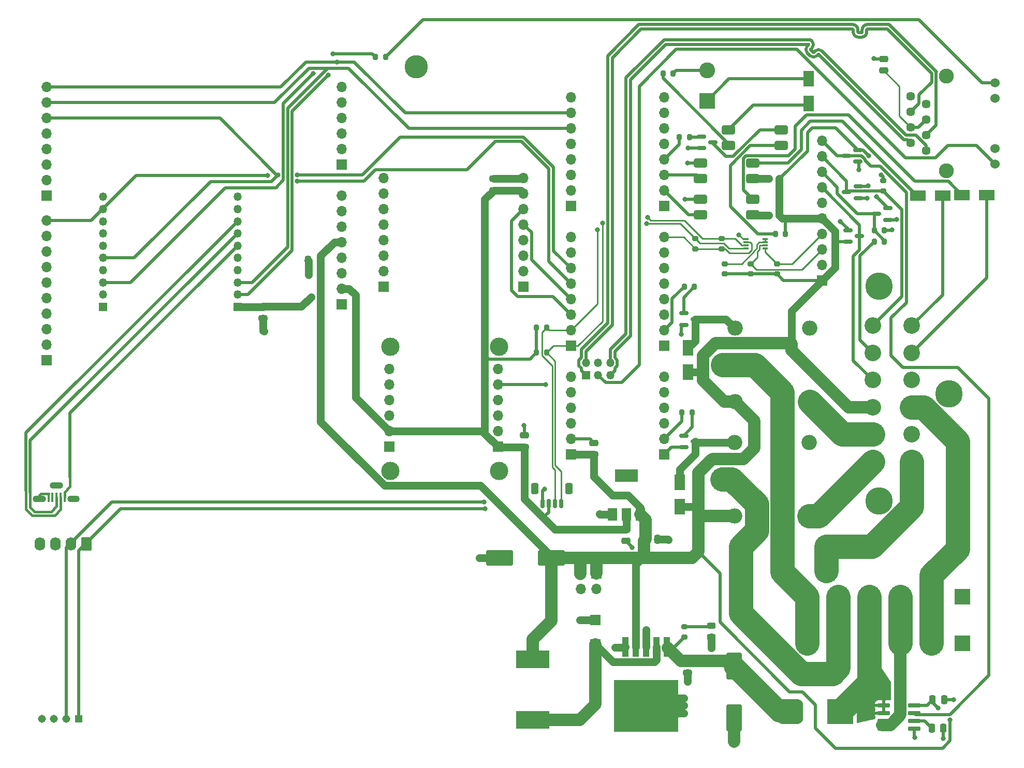
<source format=gbr>
%TF.GenerationSoftware,KiCad,Pcbnew,(6.0.10)*%
%TF.CreationDate,2023-04-23T08:01:19-06:00*%
%TF.ProjectId,AS15,41533135-2e6b-4696-9361-645f70636258,rev?*%
%TF.SameCoordinates,Original*%
%TF.FileFunction,Copper,L1,Top*%
%TF.FilePolarity,Positive*%
%FSLAX46Y46*%
G04 Gerber Fmt 4.6, Leading zero omitted, Abs format (unit mm)*
G04 Created by KiCad (PCBNEW (6.0.10)) date 2023-04-23 08:01:19*
%MOMM*%
%LPD*%
G01*
G04 APERTURE LIST*
G04 Aperture macros list*
%AMRoundRect*
0 Rectangle with rounded corners*
0 $1 Rounding radius*
0 $2 $3 $4 $5 $6 $7 $8 $9 X,Y pos of 4 corners*
0 Add a 4 corners polygon primitive as box body*
4,1,4,$2,$3,$4,$5,$6,$7,$8,$9,$2,$3,0*
0 Add four circle primitives for the rounded corners*
1,1,$1+$1,$2,$3*
1,1,$1+$1,$4,$5*
1,1,$1+$1,$6,$7*
1,1,$1+$1,$8,$9*
0 Add four rect primitives between the rounded corners*
20,1,$1+$1,$2,$3,$4,$5,0*
20,1,$1+$1,$4,$5,$6,$7,0*
20,1,$1+$1,$6,$7,$8,$9,0*
20,1,$1+$1,$8,$9,$2,$3,0*%
G04 Aperture macros list end*
%TA.AperFunction,SMDPad,CuDef*%
%ADD10R,2.500000X1.800000*%
%TD*%
%TA.AperFunction,ComponentPad*%
%ADD11R,1.700000X1.700000*%
%TD*%
%TA.AperFunction,ComponentPad*%
%ADD12O,1.700000X1.700000*%
%TD*%
%TA.AperFunction,SMDPad,CuDef*%
%ADD13RoundRect,0.150000X-0.150000X-0.625000X0.150000X-0.625000X0.150000X0.625000X-0.150000X0.625000X0*%
%TD*%
%TA.AperFunction,SMDPad,CuDef*%
%ADD14RoundRect,0.250000X-0.350000X-0.650000X0.350000X-0.650000X0.350000X0.650000X-0.350000X0.650000X0*%
%TD*%
%TA.AperFunction,SMDPad,CuDef*%
%ADD15R,1.800000X2.500000*%
%TD*%
%TA.AperFunction,SMDPad,CuDef*%
%ADD16R,5.400000X2.900000*%
%TD*%
%TA.AperFunction,ComponentPad*%
%ADD17R,2.600000X2.600000*%
%TD*%
%TA.AperFunction,ComponentPad*%
%ADD18C,2.600000*%
%TD*%
%TA.AperFunction,SMDPad,CuDef*%
%ADD19RoundRect,0.250000X-1.000000X1.950000X-1.000000X-1.950000X1.000000X-1.950000X1.000000X1.950000X0*%
%TD*%
%TA.AperFunction,ComponentPad*%
%ADD20R,1.350000X1.350000*%
%TD*%
%TA.AperFunction,ComponentPad*%
%ADD21O,1.350000X1.350000*%
%TD*%
%TA.AperFunction,SMDPad,CuDef*%
%ADD22RoundRect,0.250000X-0.475000X0.250000X-0.475000X-0.250000X0.475000X-0.250000X0.475000X0.250000X0*%
%TD*%
%TA.AperFunction,SMDPad,CuDef*%
%ADD23RoundRect,0.266400X0.808600X0.473600X-0.808600X0.473600X-0.808600X-0.473600X0.808600X-0.473600X0*%
%TD*%
%TA.AperFunction,ComponentPad*%
%ADD24C,1.446000*%
%TD*%
%TA.AperFunction,ComponentPad*%
%ADD25C,1.530000*%
%TD*%
%TA.AperFunction,ComponentPad*%
%ADD26C,2.445000*%
%TD*%
%TA.AperFunction,SMDPad,CuDef*%
%ADD27R,1.050000X3.210000*%
%TD*%
%TA.AperFunction,SMDPad,CuDef*%
%ADD28R,10.530000X8.460000*%
%TD*%
%TA.AperFunction,SMDPad,CuDef*%
%ADD29RoundRect,0.250000X0.475000X-0.250000X0.475000X0.250000X-0.475000X0.250000X-0.475000X-0.250000X0*%
%TD*%
%TA.AperFunction,ComponentPad*%
%ADD30R,2.715000X2.715000*%
%TD*%
%TA.AperFunction,ComponentPad*%
%ADD31C,2.715000*%
%TD*%
%TA.AperFunction,ComponentPad*%
%ADD32C,4.485000*%
%TD*%
%TA.AperFunction,SMDPad,CuDef*%
%ADD33RoundRect,0.200000X-0.200000X-0.275000X0.200000X-0.275000X0.200000X0.275000X-0.200000X0.275000X0*%
%TD*%
%TA.AperFunction,ComponentPad*%
%ADD34O,2.500000X2.500000*%
%TD*%
%TA.AperFunction,ComponentPad*%
%ADD35R,2.500000X2.500000*%
%TD*%
%TA.AperFunction,SMDPad,CuDef*%
%ADD36RoundRect,0.200000X0.275000X-0.200000X0.275000X0.200000X-0.275000X0.200000X-0.275000X-0.200000X0*%
%TD*%
%TA.AperFunction,SMDPad,CuDef*%
%ADD37RoundRect,0.250000X-0.250000X-0.475000X0.250000X-0.475000X0.250000X0.475000X-0.250000X0.475000X0*%
%TD*%
%TA.AperFunction,SMDPad,CuDef*%
%ADD38R,0.850000X0.300000*%
%TD*%
%TA.AperFunction,SMDPad,CuDef*%
%ADD39RoundRect,0.150000X-0.587500X-0.150000X0.587500X-0.150000X0.587500X0.150000X-0.587500X0.150000X0*%
%TD*%
%TA.AperFunction,SMDPad,CuDef*%
%ADD40RoundRect,0.150000X0.587500X0.150000X-0.587500X0.150000X-0.587500X-0.150000X0.587500X-0.150000X0*%
%TD*%
%TA.AperFunction,SMDPad,CuDef*%
%ADD41R,0.450000X1.500000*%
%TD*%
%TA.AperFunction,ComponentPad*%
%ADD42O,2.000000X1.100000*%
%TD*%
%TA.AperFunction,ComponentPad*%
%ADD43O,2.200000X1.100000*%
%TD*%
%TA.AperFunction,ComponentPad*%
%ADD44C,2.999999*%
%TD*%
%TA.AperFunction,SMDPad,CuDef*%
%ADD45RoundRect,0.250000X1.950000X1.000000X-1.950000X1.000000X-1.950000X-1.000000X1.950000X-1.000000X0*%
%TD*%
%TA.AperFunction,SMDPad,CuDef*%
%ADD46R,1.500000X2.000000*%
%TD*%
%TA.AperFunction,SMDPad,CuDef*%
%ADD47R,3.800000X2.000000*%
%TD*%
%TA.AperFunction,SMDPad,CuDef*%
%ADD48RoundRect,0.200000X0.200000X0.275000X-0.200000X0.275000X-0.200000X-0.275000X0.200000X-0.275000X0*%
%TD*%
%TA.AperFunction,SMDPad,CuDef*%
%ADD49R,1.800000X1.800000*%
%TD*%
%TA.AperFunction,SMDPad,CuDef*%
%ADD50RoundRect,1.025000X1.125000X-1.025000X1.125000X1.025000X-1.125000X1.025000X-1.125000X-1.025000X0*%
%TD*%
%TA.AperFunction,SMDPad,CuDef*%
%ADD51R,4.300000X4.100000*%
%TD*%
%TA.AperFunction,ComponentPad*%
%ADD52C,3.800000*%
%TD*%
%TA.AperFunction,SMDPad,CuDef*%
%ADD53RoundRect,0.042000X-0.943000X-0.258000X0.943000X-0.258000X0.943000X0.258000X-0.943000X0.258000X0*%
%TD*%
%TA.AperFunction,ComponentPad*%
%ADD54RoundRect,0.250000X0.620000X0.845000X-0.620000X0.845000X-0.620000X-0.845000X0.620000X-0.845000X0*%
%TD*%
%TA.AperFunction,ComponentPad*%
%ADD55O,1.740000X2.190000*%
%TD*%
%TA.AperFunction,SMDPad,CuDef*%
%ADD56RoundRect,0.243750X0.456250X-0.243750X0.456250X0.243750X-0.456250X0.243750X-0.456250X-0.243750X0*%
%TD*%
%TA.AperFunction,SMDPad,CuDef*%
%ADD57RoundRect,0.250000X0.250000X0.475000X-0.250000X0.475000X-0.250000X-0.475000X0.250000X-0.475000X0*%
%TD*%
%TA.AperFunction,ComponentPad*%
%ADD58R,1.308000X1.308000*%
%TD*%
%TA.AperFunction,ComponentPad*%
%ADD59C,1.308000*%
%TD*%
%TA.AperFunction,ComponentPad*%
%ADD60R,3.000000X3.000000*%
%TD*%
%TA.AperFunction,ComponentPad*%
%ADD61C,3.000000*%
%TD*%
%TA.AperFunction,ViaPad*%
%ADD62C,0.800000*%
%TD*%
%TA.AperFunction,Conductor*%
%ADD63C,0.508000*%
%TD*%
%TA.AperFunction,Conductor*%
%ADD64C,4.000000*%
%TD*%
%TA.AperFunction,Conductor*%
%ADD65C,2.032000*%
%TD*%
%TA.AperFunction,Conductor*%
%ADD66C,1.270000*%
%TD*%
%TA.AperFunction,Conductor*%
%ADD67C,0.381000*%
%TD*%
%TA.AperFunction,Conductor*%
%ADD68C,0.254000*%
%TD*%
%TA.AperFunction,Conductor*%
%ADD69C,0.250000*%
%TD*%
%TA.AperFunction,Conductor*%
%ADD70C,3.500000*%
%TD*%
G04 APERTURE END LIST*
D10*
%TO.P,D12,1,K*%
%TO.N,SteerSwitch*%
X182100000Y-51100000D03*
%TO.P,D12,2,A*%
%TO.N,Net-(U2-Pad2)*%
X178100000Y-51100000D03*
%TD*%
%TO.P,D11,1,K*%
%TO.N,WorkSwitch*%
X174900000Y-51200000D03*
%TO.P,D11,2,A*%
%TO.N,Net-(U1-Pad2)*%
X170900000Y-51200000D03*
%TD*%
D11*
%TO.P,J19,1,Pin_1*%
%TO.N,unconnected-(J19-Pad1)*%
X28400000Y-51200000D03*
D12*
%TO.P,J19,2,Pin_2*%
%TO.N,unconnected-(J19-Pad2)*%
X28400000Y-48660000D03*
%TO.P,J19,3,Pin_3*%
%TO.N,unconnected-(J19-Pad3)*%
X28400000Y-46120000D03*
%TO.P,J19,4,Pin_4*%
%TO.N,unconnected-(J19-Pad4)*%
X28400000Y-43580000D03*
%TO.P,J19,5,Pin_5*%
%TO.N,unconnected-(J19-Pad5)*%
X28400000Y-41040000D03*
%TO.P,J19,6,Pin_6*%
%TO.N,TX3*%
X28400000Y-38500000D03*
%TO.P,J19,7,Pin_7*%
%TO.N,TX8*%
X28400000Y-35960000D03*
%TO.P,J19,8,Pin_8*%
%TO.N,RX8*%
X28400000Y-33420000D03*
%TD*%
D13*
%TO.P,J13,1,Pin_1*%
%TO.N,GND*%
X109500000Y-101625000D03*
%TO.P,J13,2,Pin_2*%
%TO.N,+3.3V*%
X110500000Y-101625000D03*
%TO.P,J13,3,Pin_3*%
%TO.N,SDA*%
X111500000Y-101625000D03*
%TO.P,J13,4,Pin_4*%
%TO.N,SCL*%
X112500000Y-101625000D03*
D14*
%TO.P,J13,MP*%
%TO.N,N/C*%
X113800000Y-99100000D03*
X108200000Y-99100000D03*
%TD*%
D15*
%TO.P,D5,1,K*%
%TO.N,+5V*%
X133300000Y-80100000D03*
%TO.P,D5,2,A*%
%TO.N,Net-(D5-Pad2)*%
X133300000Y-76100000D03*
%TD*%
D11*
%TO.P,J11,1,Pin_1*%
%TO.N,unconnected-(J11-Pad1)*%
X114135000Y-52915000D03*
D12*
%TO.P,J11,2,Pin_2*%
%TO.N,unconnected-(J11-Pad2)*%
X114135000Y-50375000D03*
%TO.P,J11,3,Pin_3*%
%TO.N,unconnected-(J11-Pad3)*%
X114135000Y-47835000D03*
%TO.P,J11,4,Pin_4*%
%TO.N,unconnected-(J11-Pad4)*%
X114135000Y-45295000D03*
%TO.P,J11,5,Pin_5*%
%TO.N,unconnected-(J11-Pad5)*%
X114135000Y-42755000D03*
%TO.P,J11,6,Pin_6*%
%TO.N,TX8*%
X114135000Y-40215000D03*
%TO.P,J11,7,Pin_7*%
%TO.N,RX8*%
X114135000Y-37675000D03*
%TO.P,J11,8,Pin_8*%
%TO.N,unconnected-(J11-Pad8)*%
X114135000Y-35135000D03*
%TD*%
D16*
%TO.P,L1,1,1*%
%TO.N,Net-(D2-Pad1)*%
X107900000Y-136950000D03*
%TO.P,L1,2,2*%
%TO.N,+5V*%
X107900000Y-127050000D03*
%TD*%
D17*
%TO.P,KF1,1*%
%TO.N,GND*%
X178180000Y-116800000D03*
X178180000Y-124420000D03*
D18*
%TO.P,KF1,2*%
%TO.N,MotorB*%
X173100000Y-116800000D03*
X173100000Y-124420000D03*
%TO.P,KF1,3*%
%TO.N,Net-(KF1-Pad3)*%
X168020000Y-124420000D03*
X168020000Y-116800000D03*
%TO.P,KF1,4*%
%TO.N,12V Switched*%
X162940000Y-116800000D03*
X162940000Y-124420000D03*
%TO.P,KF1,5*%
%TO.N,12V In*%
X157860000Y-124420000D03*
X157860000Y-116800000D03*
%TO.P,KF1,6*%
%TO.N,MotorA*%
X152780000Y-124420000D03*
X152780000Y-116800000D03*
%TD*%
D19*
%TO.P,C7,1*%
%TO.N,+12V*%
X140800000Y-128200000D03*
%TO.P,C7,2*%
%TO.N,GND*%
X140800000Y-136600000D03*
%TD*%
D11*
%TO.P,J9,1,Pin_1*%
%TO.N,+5V*%
X114135000Y-93555000D03*
D12*
%TO.P,J9,2,Pin_2*%
%TO.N,GND*%
X114135000Y-91015000D03*
%TO.P,J9,3,Pin_3*%
%TO.N,unconnected-(J9-Pad3)*%
X114135000Y-88475000D03*
%TO.P,J9,4,Pin_4*%
%TO.N,Dir1*%
X114135000Y-85935000D03*
%TO.P,J9,5,Pin_5*%
%TO.N,PWM1*%
X114135000Y-83395000D03*
%TO.P,J9,6,Pin_6*%
%TO.N,RX5*%
X114135000Y-80855000D03*
%TD*%
D20*
%TO.P,J25,1,Pin_1*%
%TO.N,+3.3V*%
X59600000Y-69400000D03*
D21*
%TO.P,J25,2,Pin_2*%
%TO.N,RX8*%
X59600000Y-67400000D03*
%TO.P,J25,3,Pin_3*%
%TO.N,TX8*%
X59600000Y-65400000D03*
%TO.P,J25,4,Pin_4*%
%TO.N,unconnected-(J25-Pad4)*%
X59600000Y-63400000D03*
%TO.P,J25,5,Pin_5*%
%TO.N,unconnected-(J25-Pad5)*%
X59600000Y-61400000D03*
%TO.P,J25,6,Pin_6*%
%TO.N,Net-(J24-Pad1)*%
X59600000Y-59400000D03*
%TO.P,J25,7,Pin_7*%
%TO.N,Net-(J24-Pad3)*%
X59600000Y-57400000D03*
%TO.P,J25,8,Pin_8*%
%TO.N,Net-(J24-Pad2)*%
X59600000Y-55400000D03*
%TO.P,J25,9,Pin_9*%
%TO.N,unconnected-(J25-Pad9)*%
X59600000Y-53400000D03*
%TO.P,J25,10,Pin_10*%
%TO.N,GND*%
X59600000Y-51400000D03*
%TD*%
D22*
%TO.P,C6,1*%
%TO.N,+12V*%
X133200000Y-127350000D03*
%TO.P,C6,2*%
%TO.N,GND*%
X133200000Y-129250000D03*
%TD*%
D11*
%TO.P,J6,1,Pin_1*%
%TO.N,unconnected-(J6-Pad1)*%
X129375000Y-52915000D03*
D12*
%TO.P,J6,2,Pin_2*%
%TO.N,SteerSwitchPin*%
X129375000Y-50375000D03*
%TO.P,J6,3,Pin_3*%
%TO.N,WorkSwitchPin*%
X129375000Y-47835000D03*
%TO.P,J6,4,Pin_4*%
%TO.N,SpeedPulse*%
X129375000Y-45295000D03*
%TO.P,J6,5,Pin_5*%
%TO.N,unconnected-(J6-Pad5)*%
X129375000Y-42755000D03*
%TO.P,J6,6,Pin_6*%
%TO.N,unconnected-(J6-Pad6)*%
X129375000Y-40215000D03*
%TO.P,J6,7,Pin_7*%
%TO.N,unconnected-(J6-Pad7)*%
X129375000Y-37675000D03*
%TO.P,J6,8,Pin_8*%
%TO.N,unconnected-(J6-Pad8)*%
X129375000Y-35135000D03*
%TD*%
D23*
%TO.P,U2,1*%
%TO.N,Net-(R2-Pad1)*%
X143880000Y-54370000D03*
%TO.P,U2,2*%
%TO.N,Net-(U2-Pad2)*%
X143880000Y-51830000D03*
%TO.P,U2,3*%
%TO.N,GND*%
X135320000Y-51830000D03*
%TO.P,U2,4*%
%TO.N,SteerSwitchPin*%
X135320000Y-54370000D03*
%TD*%
D24*
%TO.P,J8,1,TD+*%
%TO.N,Net-(J3-Pad6)*%
X172250000Y-43849500D03*
%TO.P,J8,2,TD-*%
%TO.N,Net-(J3-Pad5)*%
X169710000Y-42579500D03*
%TO.P,J8,3,RD+*%
%TO.N,Net-(J3-Pad1)*%
X172250000Y-41309500D03*
%TO.P,J8,4,GND*%
%TO.N,Net-(C2-Pad1)*%
X169710000Y-40039500D03*
%TO.P,J8,5,GND*%
X172250000Y-38769500D03*
%TO.P,J8,6,RD-*%
%TO.N,Net-(J3-Pad2)*%
X169710000Y-37499500D03*
%TO.P,J8,7,NC*%
%TO.N,unconnected-(J8-Pad7)*%
X172250000Y-36229500D03*
%TO.P,J8,8,GND*%
%TO.N,GND*%
X169710000Y-34959500D03*
D25*
%TO.P,J8,9,LED*%
%TO.N,Net-(J3-Pad3)*%
X183500000Y-46029500D03*
%TO.P,J8,10,GND*%
%TO.N,GND*%
X183500000Y-43489500D03*
%TO.P,J8,11,GND*%
X183500000Y-35319500D03*
%TO.P,J8,12,LED*%
%TO.N,Net-(J8-Pad12)*%
X183500000Y-32779500D03*
D26*
%TO.P,J8,MH1*%
%TO.N,GND*%
X175550000Y-47149500D03*
%TO.P,J8,MH2*%
X175550000Y-31659500D03*
%TD*%
D27*
%TO.P,IC2,1,VIN*%
%TO.N,+12V*%
X129800000Y-125070000D03*
%TO.P,IC2,2,Output*%
%TO.N,Net-(D2-Pad1)*%
X128100000Y-125070000D03*
%TO.P,IC2,3,GND*%
%TO.N,GND*%
X126400000Y-125070000D03*
%TO.P,IC2,4,Feedback*%
%TO.N,+5V*%
X124700000Y-125070000D03*
%TO.P,IC2,5,On/Off*%
%TO.N,GND*%
X123000000Y-125070000D03*
D28*
%TO.P,IC2,6,GND_1*%
X126400000Y-134700000D03*
%TD*%
D29*
%TO.P,C3,1*%
%TO.N,+5V*%
X117900000Y-93550000D03*
%TO.P,C3,2*%
%TO.N,GND*%
X117900000Y-91650000D03*
%TD*%
D30*
%TO.P,J7,1,1*%
%TO.N,12V Out*%
X163500000Y-94720000D03*
D31*
%TO.P,J7,2,2*%
%TO.N,MotorA Out*%
X163500000Y-90275000D03*
%TO.P,J7,3,3*%
%TO.N,+5V*%
X163500000Y-85830000D03*
%TO.P,J7,4,4*%
%TO.N,AIN0*%
X163500000Y-81380000D03*
%TO.P,J7,5,5*%
%TO.N,AIN1*%
X163500000Y-76935000D03*
%TO.P,J7,6,6*%
%TO.N,AIN2*%
X163500000Y-72490000D03*
%TO.P,J7,7,7*%
%TO.N,WorkSwitch*%
X169850000Y-72490000D03*
%TO.P,J7,8,8*%
%TO.N,SteerSwitch*%
X169850000Y-76935000D03*
%TO.P,J7,9,9*%
%TO.N,GND*%
X169850000Y-81380000D03*
%TO.P,J7,10,10*%
%TO.N,MotorB*%
X169850000Y-85830000D03*
%TO.P,J7,11,11*%
%TO.N,GND*%
X169850000Y-90275000D03*
%TO.P,J7,12,12*%
%TO.N,Net-(F1-Pad1)*%
X169850000Y-94720000D03*
D32*
%TO.P,J7,MH1,MH1*%
%TO.N,unconnected-(J7-PadMH1)*%
X164520000Y-101145000D03*
%TO.P,J7,MH2,MH2*%
%TO.N,unconnected-(J7-PadMH2)*%
X175950000Y-83605000D03*
%TO.P,J7,MH3,MH3*%
%TO.N,unconnected-(J7-PadMH3)*%
X164520000Y-66065000D03*
%TD*%
D11*
%TO.P,J16,1,Pin_1*%
%TO.N,unconnected-(J16-Pad1)*%
X76660000Y-68980000D03*
D12*
%TO.P,J16,2,Pin_2*%
%TO.N,+3.3V*%
X76660000Y-66440000D03*
%TO.P,J16,3,Pin_3*%
%TO.N,unconnected-(J16-Pad3)*%
X76660000Y-63900000D03*
%TO.P,J16,4,Pin_4*%
%TO.N,unconnected-(J16-Pad4)*%
X76660000Y-61360000D03*
%TO.P,J16,5,Pin_5*%
%TO.N,+5V*%
X76660000Y-58820000D03*
%TO.P,J16,6,Pin_6*%
%TO.N,GND*%
X76660000Y-56280000D03*
%TO.P,J16,7,Pin_7*%
X76660000Y-53740000D03*
%TO.P,J16,8,Pin_8*%
%TO.N,unconnected-(J16-Pad8)*%
X76660000Y-51200000D03*
%TD*%
D33*
%TO.P,R15,1*%
%TO.N,SpeedPulse*%
X131875000Y-41600000D03*
%TO.P,R15,2*%
%TO.N,Net-(Q2-Pad1)*%
X133525000Y-41600000D03*
%TD*%
D34*
%TO.P,K2,1*%
%TO.N,+5V*%
X140872500Y-103600000D03*
%TO.P,K2,2*%
%TO.N,Net-(D8-Pad2)*%
X140872500Y-91600000D03*
D35*
%TO.P,K2,3*%
%TO.N,12V In*%
X138872500Y-97600000D03*
D34*
%TO.P,K2,4*%
%TO.N,unconnected-(K2-Pad4)*%
X153072500Y-91600000D03*
%TO.P,K2,5*%
%TO.N,12V Out*%
X153072500Y-103600000D03*
%TD*%
D33*
%TO.P,R14,1*%
%TO.N,Net-(D4-Pad3)*%
X163750000Y-56900000D03*
%TO.P,R14,2*%
%TO.N,GND*%
X165400000Y-56900000D03*
%TD*%
D22*
%TO.P,C4,1*%
%TO.N,+3.3V*%
X123100000Y-105800000D03*
%TO.P,C4,2*%
%TO.N,GND*%
X123100000Y-107700000D03*
%TD*%
D36*
%TO.P,R10,1*%
%TO.N,+5V*%
X139300000Y-64025000D03*
%TO.P,R10,2*%
%TO.N,Net-(IC3-Pad7)*%
X139300000Y-62375000D03*
%TD*%
D23*
%TO.P,U1,1*%
%TO.N,Net-(R1-Pad1)*%
X143880000Y-48420000D03*
%TO.P,U1,2*%
%TO.N,Net-(U1-Pad2)*%
X143880000Y-45880000D03*
%TO.P,U1,3*%
%TO.N,GND*%
X135320000Y-45880000D03*
%TO.P,U1,4*%
%TO.N,WorkSwitchPin*%
X135320000Y-48420000D03*
%TD*%
D11*
%TO.P,J18,1,Pin_1*%
%TO.N,unconnected-(J18-Pad1)*%
X28400000Y-78120000D03*
D12*
%TO.P,J18,2,Pin_2*%
%TO.N,unconnected-(J18-Pad2)*%
X28400000Y-75580000D03*
%TO.P,J18,3,Pin_3*%
%TO.N,unconnected-(J18-Pad3)*%
X28400000Y-73040000D03*
%TO.P,J18,4,Pin_4*%
%TO.N,GND*%
X28400000Y-70500000D03*
%TO.P,J18,5,Pin_5*%
%TO.N,unconnected-(J18-Pad5)*%
X28400000Y-67960000D03*
%TO.P,J18,6,Pin_6*%
%TO.N,unconnected-(J18-Pad6)*%
X28400000Y-65420000D03*
%TO.P,J18,7,Pin_7*%
%TO.N,unconnected-(J18-Pad7)*%
X28400000Y-62880000D03*
%TO.P,J18,8,Pin_8*%
%TO.N,unconnected-(J18-Pad8)*%
X28400000Y-60340000D03*
%TO.P,J18,9,Pin_9*%
%TO.N,unconnected-(J18-Pad9)*%
X28400000Y-57800000D03*
%TO.P,J18,10,Pin_10*%
%TO.N,RX3*%
X28400000Y-55260000D03*
%TD*%
D33*
%TO.P,R16,1*%
%TO.N,Net-(R16-Pad1)*%
X147575000Y-57500000D03*
%TO.P,R16,2*%
%TO.N,+5V*%
X149225000Y-57500000D03*
%TD*%
D29*
%TO.P,C2,1*%
%TO.N,Net-(C2-Pad1)*%
X165300000Y-30750000D03*
%TO.P,C2,2*%
%TO.N,GND*%
X165300000Y-28850000D03*
%TD*%
D20*
%TO.P,J3,1,Pin_1*%
%TO.N,Net-(J3-Pad1)*%
X116573400Y-80585000D03*
D21*
%TO.P,J3,2,Pin_2*%
%TO.N,Net-(J3-Pad2)*%
X116573400Y-78585000D03*
%TO.P,J3,3,Pin_3*%
%TO.N,Net-(J3-Pad3)*%
X118573400Y-80585000D03*
%TO.P,J3,4,Pin_4*%
%TO.N,GND*%
X118573400Y-78585000D03*
%TO.P,J3,5,Pin_5*%
%TO.N,Net-(J3-Pad5)*%
X120573400Y-80585000D03*
%TO.P,J3,6,Pin_6*%
%TO.N,Net-(J3-Pad6)*%
X120573400Y-78585000D03*
%TD*%
D37*
%TO.P,C10,1*%
%TO.N,Net-(C10-Pad1)*%
X173150000Y-138300000D03*
%TO.P,C10,2*%
%TO.N,GND*%
X175050000Y-138300000D03*
%TD*%
D33*
%TO.P,R2,1*%
%TO.N,Net-(R2-Pad1)*%
X146525000Y-54400000D03*
%TO.P,R2,2*%
%TO.N,+5V*%
X148175000Y-54400000D03*
%TD*%
D38*
%TO.P,IC3,1,GND*%
%TO.N,GND*%
X142725000Y-58350000D03*
%TO.P,IC3,2,VREF1*%
%TO.N,3V3_Teensy*%
X142725000Y-58850000D03*
%TO.P,IC3,3,SCL1*%
%TO.N,SCL*%
X142725000Y-59350000D03*
%TO.P,IC3,4,SDA1*%
%TO.N,SDA*%
X142725000Y-59850000D03*
%TO.P,IC3,5,SDA2*%
%TO.N,Net-(IC3-Pad5)*%
X145875000Y-59850000D03*
%TO.P,IC3,6,SCL2*%
%TO.N,Net-(IC3-Pad6)*%
X145875000Y-59350000D03*
%TO.P,IC3,7,VREF2*%
%TO.N,Net-(IC3-Pad7)*%
X145875000Y-58850000D03*
%TO.P,IC3,8,EN*%
X145875000Y-58350000D03*
%TD*%
D33*
%TO.P,R3,1*%
%TO.N,AIN1*%
X163750000Y-58700000D03*
%TO.P,R3,2*%
%TO.N,Net-(D4-Pad3)*%
X165400000Y-58700000D03*
%TD*%
D11*
%TO.P,J4,1,Pin_1*%
%TO.N,GND*%
X129375000Y-93555000D03*
D12*
%TO.P,J4,2,Pin_2*%
%TO.N,12V Relay*%
X129375000Y-91015000D03*
%TO.P,J4,3,Pin_3*%
%TO.N,unconnected-(J4-Pad3)*%
X129375000Y-88475000D03*
%TO.P,J4,4,Pin_4*%
%TO.N,unconnected-(J4-Pad4)*%
X129375000Y-85935000D03*
%TO.P,J4,5,Pin_5*%
%TO.N,unconnected-(J4-Pad5)*%
X129375000Y-83395000D03*
%TO.P,J4,6,Pin_6*%
%TO.N,unconnected-(J4-Pad6)*%
X129375000Y-80855000D03*
%TD*%
D36*
%TO.P,R8,1*%
%TO.N,+5V*%
X143550000Y-64025000D03*
%TO.P,R8,2*%
%TO.N,Net-(IC3-Pad6)*%
X143550000Y-62375000D03*
%TD*%
D34*
%TO.P,K1,1*%
%TO.N,+5V*%
X140972500Y-84900000D03*
%TO.P,K1,2*%
%TO.N,Net-(D5-Pad2)*%
X140972500Y-72900000D03*
D35*
%TO.P,K1,3*%
%TO.N,MotorA*%
X138972500Y-78900000D03*
D34*
%TO.P,K1,4*%
%TO.N,unconnected-(K1-Pad4)*%
X153172500Y-72900000D03*
%TO.P,K1,5*%
%TO.N,MotorA Out*%
X153172500Y-84900000D03*
%TD*%
D39*
%TO.P,Q3,1,B*%
%TO.N,Net-(Q3-Pad1)*%
X132562500Y-90450000D03*
%TO.P,Q3,2,E*%
%TO.N,GND*%
X132562500Y-92350000D03*
%TO.P,Q3,3,C*%
%TO.N,Net-(D8-Pad2)*%
X134437500Y-91400000D03*
%TD*%
D36*
%TO.P,R9,1*%
%TO.N,+5V*%
X147800000Y-64025000D03*
%TO.P,R9,2*%
%TO.N,Net-(IC3-Pad5)*%
X147800000Y-62375000D03*
%TD*%
D40*
%TO.P,D4,1,K*%
%TO.N,GND*%
X165937500Y-55150000D03*
%TO.P,D4,2,A*%
%TO.N,+5V*%
X165937500Y-53250000D03*
%TO.P,D4,3,K*%
%TO.N,Net-(D4-Pad3)*%
X164062500Y-54200000D03*
%TD*%
D41*
%TO.P,J24,1,VBUS*%
%TO.N,Net-(J24-Pad1)*%
X31300000Y-100550000D03*
%TO.P,J24,2,D-*%
%TO.N,Net-(J24-Pad2)*%
X30650000Y-100550000D03*
%TO.P,J24,3,D+*%
%TO.N,Net-(J24-Pad3)*%
X30000000Y-100550000D03*
%TO.P,J24,4,ID*%
%TO.N,unconnected-(J24-Pad4)*%
X29350000Y-100550000D03*
%TO.P,J24,5,GND*%
%TO.N,GND*%
X28700000Y-100550000D03*
D42*
%TO.P,J24,S1,SHIELD*%
X32800000Y-100800000D03*
D43*
%TO.P,J24,S2,SHIELD*%
X27200000Y-100800000D03*
%TO.P,J24,S3,SHIELD*%
X30000000Y-98650000D03*
%TD*%
D40*
%TO.P,D6,1,K*%
%TO.N,GND*%
X161100000Y-51600000D03*
%TO.P,D6,2,A*%
%TO.N,+5V*%
X161100000Y-49700000D03*
%TO.P,D6,3,K*%
%TO.N,AIN2*%
X159225000Y-50650000D03*
%TD*%
D44*
%TO.P,REF\u002A\u002A,1*%
%TO.N,N/C*%
X102405000Y-75915000D03*
%TO.P,REF\u002A\u002A,2*%
X84625000Y-75915000D03*
%TO.P,REF\u002A\u002A,3*%
X84625000Y-96235000D03*
%TO.P,REF\u002A\u002A,4*%
X102405000Y-96235000D03*
%TD*%
D45*
%TO.P,C8,1*%
%TO.N,+5V*%
X110900000Y-110500000D03*
%TO.P,C8,2*%
%TO.N,GND*%
X102500000Y-110500000D03*
%TD*%
D11*
%TO.P,J20,1,Pin_1*%
%TO.N,unconnected-(J20-Pad1)*%
X106375000Y-66075000D03*
D12*
%TO.P,J20,2,Pin_2*%
%TO.N,unconnected-(J20-Pad2)*%
X106375000Y-63535000D03*
%TO.P,J20,3,Pin_3*%
%TO.N,unconnected-(J20-Pad3)*%
X106375000Y-60995000D03*
%TO.P,J20,4,Pin_4*%
%TO.N,unconnected-(J20-Pad4)*%
X106375000Y-58455000D03*
%TO.P,J20,5,Pin_5*%
%TO.N,RX4*%
X106375000Y-55915000D03*
%TO.P,J20,6,Pin_6*%
%TO.N,TX4*%
X106375000Y-53375000D03*
%TO.P,J20,7,Pin_7*%
%TO.N,+3.3V*%
X106375000Y-50835000D03*
%TO.P,J20,8,Pin_8*%
%TO.N,GND*%
X106375000Y-48295000D03*
%TD*%
D11*
%TO.P,J2,1,Pin_1*%
%TO.N,unconnected-(J2-Pad1)*%
X84420000Y-92300000D03*
D12*
%TO.P,J2,2,Pin_2*%
%TO.N,+3.3V*%
X84420000Y-89760000D03*
%TO.P,J2,3,Pin_3*%
%TO.N,unconnected-(J2-Pad3)*%
X84420000Y-87220000D03*
%TO.P,J2,4,Pin_4*%
%TO.N,unconnected-(J2-Pad4)*%
X84420000Y-84680000D03*
%TO.P,J2,5,Pin_5*%
%TO.N,unconnected-(J2-Pad5)*%
X84420000Y-82140000D03*
%TO.P,J2,6,Pin_6*%
%TO.N,unconnected-(J2-Pad6)*%
X84420000Y-79600000D03*
%TD*%
D33*
%TO.P,R4,1*%
%TO.N,RTKfix*%
X82175000Y-28500000D03*
%TO.P,R4,2*%
%TO.N,Net-(J8-Pad12)*%
X83825000Y-28500000D03*
%TD*%
D20*
%TO.P,J26,1,Pin_1*%
%TO.N,unconnected-(J26-Pad1)*%
X37600000Y-69400000D03*
D21*
%TO.P,J26,2,Pin_2*%
%TO.N,unconnected-(J26-Pad2)*%
X37600000Y-67400000D03*
%TO.P,J26,3,Pin_3*%
%TO.N,RTKfix*%
X37600000Y-65400000D03*
%TO.P,J26,4,Pin_4*%
%TO.N,unconnected-(J26-Pad4)*%
X37600000Y-63400000D03*
%TO.P,J26,5,Pin_5*%
%TO.N,TX3*%
X37600000Y-61400000D03*
%TO.P,J26,6,Pin_6*%
%TO.N,unconnected-(J26-Pad6)*%
X37600000Y-59400000D03*
%TO.P,J26,7,Pin_7*%
%TO.N,unconnected-(J26-Pad7)*%
X37600000Y-57400000D03*
%TO.P,J26,8,Pin_8*%
%TO.N,unconnected-(J26-Pad8)*%
X37600000Y-55400000D03*
%TO.P,J26,9,Pin_9*%
%TO.N,RX3*%
X37600000Y-53400000D03*
%TO.P,J26,10,Pin_10*%
%TO.N,GND*%
X37600000Y-51400000D03*
%TD*%
D17*
%TO.P,J22,1,Pin_1*%
%TO.N,Net-(D9-Pad1)*%
X136400000Y-35700000D03*
D18*
%TO.P,J22,2,Pin_2*%
%TO.N,Net-(J22-Pad2)*%
X136400000Y-30700000D03*
%TD*%
D46*
%TO.P,IC1,1,ADJ/GND*%
%TO.N,GND*%
X120900000Y-103350000D03*
%TO.P,IC1,2,OUTPUT*%
%TO.N,+3.3V*%
X123200000Y-103350000D03*
%TO.P,IC1,3,INPUT*%
%TO.N,+5V*%
X125500000Y-103350000D03*
D47*
%TO.P,IC1,4,VOUT*%
%TO.N,unconnected-(IC1-Pad4)*%
X123200000Y-97050000D03*
%TD*%
D48*
%TO.P,R6,1*%
%TO.N,SCL*%
X110125000Y-76900000D03*
%TO.P,R6,2*%
%TO.N,+3.3V*%
X108475000Y-76900000D03*
%TD*%
D29*
%TO.P,C1,1*%
%TO.N,+3.3V*%
X106500000Y-92325000D03*
%TO.P,C1,2*%
%TO.N,GND*%
X106500000Y-90425000D03*
%TD*%
D49*
%TO.P,D2,1*%
%TO.N,Net-(D2-Pad1)*%
X118100000Y-124600000D03*
%TO.P,D2,2*%
%TO.N,GND*%
X118100000Y-120600000D03*
%TD*%
D50*
%TO.P,D1,1,K*%
%TO.N,+12V*%
X150000000Y-135600000D03*
D51*
%TO.P,D1,2,A*%
%TO.N,12V Switched*%
X158200000Y-135600000D03*
%TD*%
D52*
%TO.P,H1,1,1*%
%TO.N,GND*%
X88800000Y-30100000D03*
%TD*%
D53*
%TO.P,U4,1,IP+*%
%TO.N,12V Switched*%
X165325000Y-134595000D03*
%TO.P,U4,2,IP+*%
X165325000Y-135865000D03*
%TO.P,U4,3,IP-*%
%TO.N,Net-(KF1-Pad3)*%
X165325000Y-137135000D03*
%TO.P,U4,4,IP-*%
X165325000Y-138405000D03*
%TO.P,U4,5,GND*%
%TO.N,GND*%
X170275000Y-138405000D03*
%TO.P,U4,6,FILTER*%
%TO.N,Net-(C10-Pad1)*%
X170275000Y-137135000D03*
%TO.P,U4,7,VIOUT*%
%TO.N,AIN3*%
X170275000Y-135865000D03*
%TO.P,U4,8,VCC*%
%TO.N,+5V*%
X170275000Y-134595000D03*
%TD*%
D54*
%TO.P,J12,1,Pin_1*%
%TO.N,Dir1*%
X34900000Y-108200000D03*
D55*
%TO.P,J12,2,Pin_2*%
%TO.N,PWM1*%
X32360000Y-108200000D03*
%TO.P,J12,3,Pin_3*%
%TO.N,unconnected-(J12-Pad3)*%
X29820000Y-108200000D03*
%TO.P,J12,4,Pin_4*%
%TO.N,GND*%
X27280000Y-108200000D03*
%TD*%
D15*
%TO.P,D8,1,K*%
%TO.N,+5V*%
X131900000Y-102100000D03*
%TO.P,D8,2,A*%
%TO.N,Net-(D8-Pad2)*%
X131900000Y-98100000D03*
%TD*%
D36*
%TO.P,R7,1*%
%TO.N,+12V*%
X132700000Y-123406250D03*
%TO.P,R7,2*%
%TO.N,Net-(D3-Pad2)*%
X132700000Y-121756250D03*
%TD*%
D37*
%TO.P,C9,1*%
%TO.N,+5V*%
X173250000Y-133700000D03*
%TO.P,C9,2*%
%TO.N,GND*%
X175150000Y-133700000D03*
%TD*%
D11*
%TO.P,J17,1,Pin_1*%
%TO.N,unconnected-(J17-Pad1)*%
X76660000Y-46120000D03*
D12*
%TO.P,J17,2,Pin_2*%
%TO.N,unconnected-(J17-Pad2)*%
X76660000Y-43580000D03*
%TO.P,J17,3,Pin_3*%
%TO.N,unconnected-(J17-Pad3)*%
X76660000Y-41040000D03*
%TO.P,J17,4,Pin_4*%
%TO.N,unconnected-(J17-Pad4)*%
X76660000Y-38500000D03*
%TO.P,J17,5,Pin_5*%
%TO.N,unconnected-(J17-Pad5)*%
X76660000Y-35960000D03*
%TO.P,J17,6,Pin_6*%
%TO.N,unconnected-(J17-Pad6)*%
X76660000Y-33420000D03*
%TD*%
D56*
%TO.P,D3,1,K*%
%TO.N,GND*%
X137100000Y-123418750D03*
%TO.P,D3,2,A*%
%TO.N,Net-(D3-Pad2)*%
X137100000Y-121543750D03*
%TD*%
D11*
%TO.P,J21,1,Pin_1*%
%TO.N,unconnected-(J21-Pad1)*%
X83515000Y-66075000D03*
D12*
%TO.P,J21,2,Pin_2*%
%TO.N,unconnected-(J21-Pad2)*%
X83515000Y-63535000D03*
%TO.P,J21,3,Pin_3*%
%TO.N,unconnected-(J21-Pad3)*%
X83515000Y-60995000D03*
%TO.P,J21,4,Pin_4*%
%TO.N,unconnected-(J21-Pad4)*%
X83515000Y-58455000D03*
%TO.P,J21,5,Pin_5*%
%TO.N,unconnected-(J21-Pad5)*%
X83515000Y-55915000D03*
%TO.P,J21,6,Pin_6*%
%TO.N,GND*%
X83515000Y-53375000D03*
%TO.P,J21,7,Pin_7*%
%TO.N,unconnected-(J21-Pad7)*%
X83515000Y-50835000D03*
%TO.P,J21,8,Pin_8*%
%TO.N,unconnected-(J21-Pad8)*%
X83515000Y-48295000D03*
%TD*%
D33*
%TO.P,R13,1*%
%TO.N,SteerRelay*%
X132675000Y-66100000D03*
%TO.P,R13,2*%
%TO.N,Net-(Q1-Pad1)*%
X134325000Y-66100000D03*
%TD*%
D57*
%TO.P,C12,1*%
%TO.N,+5V*%
X73050000Y-61800000D03*
%TO.P,C12,2*%
%TO.N,GND*%
X71150000Y-61800000D03*
%TD*%
D37*
%TO.P,C5,1*%
%TO.N,+5V*%
X126350000Y-107400000D03*
%TO.P,C5,2*%
%TO.N,GND*%
X128250000Y-107400000D03*
%TD*%
D15*
%TO.P,D9,1,K*%
%TO.N,Net-(D9-Pad1)*%
X153000000Y-32100000D03*
%TO.P,D9,2,A*%
%TO.N,Net-(D9-Pad2)*%
X153000000Y-36100000D03*
%TD*%
D22*
%TO.P,C13,1*%
%TO.N,+3.3V*%
X63800000Y-69350000D03*
%TO.P,C13,2*%
%TO.N,GND*%
X63800000Y-71250000D03*
%TD*%
D11*
%TO.P,J23,1,Pin_1*%
%TO.N,+5V*%
X118300000Y-113000000D03*
D12*
%TO.P,J23,2,Pin_2*%
X115760000Y-113000000D03*
%TO.P,J23,3,Pin_3*%
%TO.N,GND*%
X118300000Y-115540000D03*
%TO.P,J23,4,Pin_4*%
X115760000Y-115540000D03*
%TD*%
D58*
%TO.P,J14,1,Yellow*%
%TO.N,Dir1*%
X33600000Y-136800000D03*
D59*
%TO.P,J14,2,White*%
%TO.N,PWM1*%
X31600000Y-136800000D03*
%TO.P,J14,3,Red*%
%TO.N,unconnected-(J14-Pad3)*%
X29600000Y-136800000D03*
%TO.P,J14,4,Black*%
%TO.N,GND*%
X27600000Y-136800000D03*
%TD*%
D36*
%TO.P,R11,1*%
%TO.N,3V3_Teensy*%
X138800000Y-59925000D03*
%TO.P,R11,2*%
%TO.N,SCL*%
X138800000Y-58275000D03*
%TD*%
D33*
%TO.P,R18,1*%
%TO.N,12V Relay*%
X132275000Y-86700000D03*
%TO.P,R18,2*%
%TO.N,Net-(Q3-Pad1)*%
X133925000Y-86700000D03*
%TD*%
D11*
%TO.P,J5,1,Pin_1*%
%TO.N,unconnected-(J5-Pad1)*%
X129375000Y-75775000D03*
D12*
%TO.P,J5,2,Pin_2*%
%TO.N,SteerRelay*%
X129375000Y-73235000D03*
%TO.P,J5,3,Pin_3*%
%TO.N,unconnected-(J5-Pad3)*%
X129375000Y-70695000D03*
%TO.P,J5,4,Pin_4*%
%TO.N,unconnected-(J5-Pad4)*%
X129375000Y-68155000D03*
%TO.P,J5,5,Pin_5*%
%TO.N,unconnected-(J5-Pad5)*%
X129375000Y-65615000D03*
%TO.P,J5,6,Pin_6*%
%TO.N,unconnected-(J5-Pad6)*%
X129375000Y-63075000D03*
%TO.P,J5,7,Pin_7*%
%TO.N,unconnected-(J5-Pad7)*%
X129375000Y-60535000D03*
%TO.P,J5,8,Pin_8*%
%TO.N,3V3_Teensy*%
X129375000Y-57995000D03*
%TD*%
D48*
%TO.P,R19,1*%
%TO.N,Net-(J22-Pad2)*%
X130825000Y-31200000D03*
%TO.P,R19,2*%
%TO.N,Net-(R19-Pad2)*%
X129175000Y-31200000D03*
%TD*%
D36*
%TO.P,R12,1*%
%TO.N,3V3_Teensy*%
X134500000Y-59925000D03*
%TO.P,R12,2*%
%TO.N,SDA*%
X134500000Y-58275000D03*
%TD*%
D60*
%TO.P,F1,1*%
%TO.N,Net-(F1-Pad1)*%
X155905000Y-112605000D03*
D61*
X155905000Y-108605000D03*
%TO.P,F1,2*%
%TO.N,12V In*%
X141905000Y-112605000D03*
X141905000Y-108605000D03*
%TD*%
D23*
%TO.P,U3,1*%
%TO.N,Net-(R16-Pad1)*%
X148480000Y-42970000D03*
%TO.P,U3,2*%
%TO.N,Net-(Q2-Pad3)*%
X148480000Y-40430000D03*
%TO.P,U3,3*%
%TO.N,Net-(D9-Pad2)*%
X139920000Y-40430000D03*
%TO.P,U3,4*%
%TO.N,Net-(R19-Pad2)*%
X139920000Y-42970000D03*
%TD*%
D39*
%TO.P,Q2,1,B*%
%TO.N,Net-(Q2-Pad1)*%
X135462500Y-41550000D03*
%TO.P,Q2,2,E*%
%TO.N,GND*%
X135462500Y-43450000D03*
%TO.P,Q2,3,C*%
%TO.N,Net-(Q2-Pad3)*%
X137337500Y-42500000D03*
%TD*%
D33*
%TO.P,R1,1*%
%TO.N,Net-(R1-Pad1)*%
X146525000Y-48400000D03*
%TO.P,R1,2*%
%TO.N,+5V*%
X148175000Y-48400000D03*
%TD*%
D39*
%TO.P,D10,1,K*%
%TO.N,GND*%
X159462500Y-56850000D03*
%TO.P,D10,2,A*%
%TO.N,+5V*%
X159462500Y-58750000D03*
%TO.P,D10,3,K*%
%TO.N,AIN0*%
X161337500Y-57800000D03*
%TD*%
D29*
%TO.P,C11,1*%
%TO.N,+3.3V*%
X101500000Y-50350000D03*
%TO.P,C11,2*%
%TO.N,GND*%
X101500000Y-48450000D03*
%TD*%
D11*
%TO.P,J10,1,Pin_1*%
%TO.N,SCL*%
X114135000Y-75775000D03*
D12*
%TO.P,J10,2,Pin_2*%
%TO.N,SDA*%
X114135000Y-73235000D03*
%TO.P,J10,3,Pin_3*%
%TO.N,TX4*%
X114135000Y-70695000D03*
%TO.P,J10,4,Pin_4*%
%TO.N,RX4*%
X114135000Y-68155000D03*
%TO.P,J10,5,Pin_5*%
%TO.N,RX3*%
X114135000Y-65615000D03*
%TO.P,J10,6,Pin_6*%
%TO.N,TX3*%
X114135000Y-63075000D03*
%TO.P,J10,7,Pin_7*%
%TO.N,unconnected-(J10-Pad7)*%
X114135000Y-60535000D03*
%TO.P,J10,8,Pin_8*%
%TO.N,GND*%
X114135000Y-57995000D03*
%TD*%
D11*
%TO.P,J1,1,Pin_1*%
%TO.N,+3.3V*%
X102200000Y-92300000D03*
D12*
%TO.P,J1,2,Pin_2*%
%TO.N,unconnected-(J1-Pad2)*%
X102200000Y-89760000D03*
%TO.P,J1,3,Pin_3*%
%TO.N,GND*%
X102200000Y-87220000D03*
%TO.P,J1,4,Pin_4*%
%TO.N,unconnected-(J1-Pad4)*%
X102200000Y-84680000D03*
%TO.P,J1,5,Pin_5*%
%TO.N,RX5*%
X102200000Y-82140000D03*
%TO.P,J1,6,Pin_6*%
%TO.N,unconnected-(J1-Pad6)*%
X102200000Y-79600000D03*
%TD*%
D48*
%TO.P,R5,1*%
%TO.N,SDA*%
X110125000Y-72800000D03*
%TO.P,R5,2*%
%TO.N,+3.3V*%
X108475000Y-72800000D03*
%TD*%
D36*
%TO.P,R17,1*%
%TO.N,AIN2*%
X165200000Y-50425000D03*
%TO.P,R17,2*%
%TO.N,GND*%
X165200000Y-48775000D03*
%TD*%
D40*
%TO.P,D7,1,K*%
%TO.N,GND*%
X161037500Y-45650000D03*
%TO.P,D7,2,A*%
%TO.N,+5V*%
X161037500Y-43750000D03*
%TO.P,D7,3,K*%
%TO.N,AIN3*%
X159162500Y-44700000D03*
%TD*%
D11*
%TO.P,J15,1,Pin_1*%
%TO.N,+5V*%
X155200000Y-65100000D03*
D12*
%TO.P,J15,2,Pin_2*%
%TO.N,GND*%
X155200000Y-62560000D03*
%TO.P,J15,3,Pin_3*%
%TO.N,Net-(IC3-Pad6)*%
X155200000Y-60020000D03*
%TO.P,J15,4,Pin_4*%
%TO.N,Net-(IC3-Pad5)*%
X155200000Y-57480000D03*
%TO.P,J15,5,Pin_5*%
%TO.N,+5V*%
X155200000Y-54940000D03*
%TO.P,J15,6,Pin_6*%
%TO.N,unconnected-(J15-Pad6)*%
X155200000Y-52400000D03*
%TO.P,J15,7,Pin_7*%
%TO.N,AIN0*%
X155200000Y-49860000D03*
%TO.P,J15,8,Pin_8*%
%TO.N,Net-(D4-Pad3)*%
X155200000Y-47320000D03*
%TO.P,J15,9,Pin_9*%
%TO.N,AIN2*%
X155200000Y-44780000D03*
%TO.P,J15,10,Pin_10*%
%TO.N,AIN3*%
X155200000Y-42240000D03*
%TD*%
D39*
%TO.P,Q1,1,B*%
%TO.N,Net-(Q1-Pad1)*%
X132562500Y-70450000D03*
%TO.P,Q1,2,E*%
%TO.N,GND*%
X132562500Y-72350000D03*
%TO.P,Q1,3,C*%
%TO.N,Net-(D5-Pad2)*%
X134437500Y-71400000D03*
%TD*%
D62*
%TO.N,+5V*%
X164100000Y-51400000D03*
%TO.N,GND*%
X167400000Y-55100000D03*
X161200000Y-47000000D03*
X164894194Y-47801226D03*
X133200000Y-130750000D03*
X141600000Y-57600000D03*
X175000000Y-140000000D03*
X158200000Y-55400000D03*
X137131250Y-125175000D03*
X132600000Y-133406750D03*
X115600000Y-120600000D03*
X132600000Y-134606750D03*
X133300000Y-43400000D03*
X124100000Y-108800000D03*
X132165500Y-73895986D03*
X126403375Y-122200000D03*
X133200000Y-45900000D03*
X118800000Y-103300000D03*
X166675000Y-56825000D03*
X106400000Y-88800000D03*
X170350000Y-139850000D03*
X130100000Y-107500000D03*
X109800000Y-99200000D03*
X140800000Y-140500000D03*
X121300000Y-125100000D03*
X99200000Y-110500000D03*
X132750000Y-51800000D03*
X132600000Y-135906750D03*
X162600000Y-51600000D03*
X71200000Y-64200000D03*
X163700000Y-28800000D03*
X63900000Y-73400000D03*
X176700000Y-133700000D03*
%TO.N,+3.3V*%
X71600000Y-67800000D03*
%TO.N,+5V*%
X174200000Y-135011500D03*
X162753227Y-49600500D03*
X162843813Y-44657812D03*
X176100000Y-136953500D03*
%TO.N,SCL*%
X126700000Y-54800000D03*
X119267500Y-55700000D03*
%TO.N,SDA*%
X126500000Y-55800000D03*
X118500000Y-56800000D03*
%TO.N,Dir1*%
X100074645Y-102400000D03*
%TO.N,PWM1*%
X99900000Y-101300000D03*
%TO.N,RX3*%
X64500000Y-47900000D03*
X69368502Y-48799503D03*
%TO.N,TX3*%
X66200000Y-47800000D03*
X69368502Y-47800000D03*
%TO.N,RX8*%
X74400000Y-31500000D03*
X75862001Y-29353500D03*
%TO.N,Net-(KF1-Pad3)*%
X166935040Y-137235040D03*
%TO.N,RTKfix*%
X71999998Y-31200000D03*
X75200000Y-28000000D03*
%TO.N,RX5*%
X109960000Y-82140000D03*
%TD*%
D63*
%TO.N,SteerSwitch*%
X182100000Y-64685000D02*
X169850000Y-76935000D01*
X182100000Y-51100000D02*
X182100000Y-64685000D01*
%TO.N,WorkSwitch*%
X174900000Y-67440000D02*
X169850000Y-72490000D01*
X174900000Y-51200000D02*
X174900000Y-67440000D01*
%TO.N,Net-(U2-Pad2)*%
X175826000Y-48826000D02*
X178100000Y-51100000D01*
X170326000Y-48826000D02*
X175826000Y-48826000D01*
X159500000Y-38000000D02*
X170326000Y-48826000D01*
X152700000Y-38000000D02*
X159500000Y-38000000D01*
X150800000Y-39900000D02*
X152700000Y-38000000D01*
X149700000Y-44700000D02*
X150800000Y-43600000D01*
X150800000Y-43600000D02*
X150800000Y-39900000D01*
X144986999Y-44686000D02*
X145000999Y-44700000D01*
X145000999Y-44700000D02*
X149700000Y-44700000D01*
X142773001Y-44686000D02*
X144986999Y-44686000D01*
X142351000Y-50301000D02*
X142351000Y-45108001D01*
X142351000Y-45108001D02*
X142773001Y-44686000D01*
X143880000Y-51830000D02*
X142351000Y-50301000D01*
%TO.N,Net-(U1-Pad2)*%
X170700000Y-51200000D02*
X170900000Y-51200000D01*
X158500000Y-39000000D02*
X170700000Y-51200000D01*
%TO.N,AIN3*%
X161679185Y-44700000D02*
X159162500Y-44700000D01*
X162229000Y-45249815D02*
X161679185Y-44700000D01*
X162229000Y-45429000D02*
X162229000Y-45249815D01*
X163200000Y-46400000D02*
X162229000Y-45429000D01*
X164700000Y-46400000D02*
X163200000Y-46400000D01*
X169000000Y-50700000D02*
X164700000Y-46400000D01*
X169000000Y-68700000D02*
X169000000Y-50700000D01*
X166500000Y-71200000D02*
X169000000Y-68700000D01*
X182500000Y-84400000D02*
X177400000Y-79300000D01*
X177400000Y-79300000D02*
X168400000Y-79300000D01*
X168400000Y-79300000D02*
X166500000Y-77400000D01*
X182500000Y-129700000D02*
X182500000Y-84400000D01*
X176100000Y-136100000D02*
X182500000Y-129700000D01*
X170510000Y-136100000D02*
X176100000Y-136100000D01*
X170275000Y-135865000D02*
X170510000Y-136100000D01*
X166500000Y-77400000D02*
X166500000Y-71200000D01*
%TO.N,Net-(J3-Pad3)*%
X168826500Y-45026500D02*
X168500000Y-44700000D01*
X175809501Y-42990499D02*
X173773500Y-45026500D01*
X180460999Y-42990499D02*
X175809501Y-42990499D01*
X183500000Y-46029500D02*
X180460999Y-42990499D01*
X173773500Y-45026500D02*
X168826500Y-45026500D01*
X151030004Y-27230004D02*
X168500000Y-44700000D01*
%TO.N,Net-(D4-Pad3)*%
X163750000Y-56900000D02*
X163750000Y-54512500D01*
%TO.N,AIN1*%
X161400000Y-61050000D02*
X163750000Y-58700000D01*
X161400000Y-74835000D02*
X161400000Y-61050000D01*
%TO.N,AIN0*%
X161337500Y-60111942D02*
X160300000Y-61149442D01*
X160300000Y-61149442D02*
X160300000Y-78180000D01*
X161337500Y-57800000D02*
X161337500Y-60111942D01*
%TO.N,AIN1*%
X163500000Y-76935000D02*
X161400000Y-74835000D01*
%TO.N,AIN0*%
X160300000Y-78180000D02*
X163500000Y-81380000D01*
%TO.N,AIN2*%
X168253500Y-67736500D02*
X168253500Y-53478500D01*
X163500000Y-72490000D02*
X168253500Y-67736500D01*
X168253500Y-53478500D02*
X165200000Y-50425000D01*
%TO.N,GND*%
X165937500Y-55150000D02*
X167350000Y-55150000D01*
X167350000Y-55150000D02*
X167400000Y-55100000D01*
X159462500Y-56850000D02*
X159462500Y-56662500D01*
X159462500Y-56662500D02*
X158200000Y-55400000D01*
X161100000Y-51600000D02*
X162600000Y-51600000D01*
%TO.N,+5V*%
X165937500Y-53237500D02*
X164100000Y-51400000D01*
X165937500Y-53250000D02*
X165937500Y-53237500D01*
X161936001Y-43750000D02*
X162843813Y-44657812D01*
X161037500Y-43750000D02*
X161936001Y-43750000D01*
%TO.N,GND*%
X165200000Y-48775000D02*
X165200000Y-48107032D01*
X165200000Y-48107032D02*
X164894194Y-47801226D01*
%TO.N,AIN2*%
X159421000Y-50454000D02*
X159225000Y-50650000D01*
X165171000Y-50454000D02*
X159421000Y-50454000D01*
X165200000Y-50425000D02*
X165171000Y-50454000D01*
%TO.N,+5V*%
X162653727Y-49700000D02*
X162753227Y-49600500D01*
X161100000Y-49700000D02*
X162653727Y-49700000D01*
%TO.N,GND*%
X166600000Y-56900000D02*
X166675000Y-56825000D01*
X165400000Y-56900000D02*
X166600000Y-56900000D01*
%TO.N,Net-(D4-Pad3)*%
X161000000Y-54200000D02*
X164062500Y-54200000D01*
X157700000Y-50900000D02*
X161000000Y-54200000D01*
X157700000Y-49820000D02*
X157700000Y-50900000D01*
X155200000Y-47320000D02*
X157700000Y-49820000D01*
D64*
%TO.N,MotorB*%
X177400000Y-109000000D02*
X177400000Y-91460206D01*
X177400000Y-91460206D02*
X171769794Y-85830000D01*
X173100000Y-113300000D02*
X177400000Y-109000000D01*
X173100000Y-116800000D02*
X173100000Y-113300000D01*
X171769794Y-85830000D02*
X169850000Y-85830000D01*
D65*
%TO.N,+5V*%
X150200000Y-76500000D02*
X159530000Y-85830000D01*
X159530000Y-85830000D02*
X163500000Y-85830000D01*
X150200000Y-75400000D02*
X150200000Y-76500000D01*
D63*
%TO.N,Net-(J24-Pad1)*%
X32200000Y-86800000D02*
X59600000Y-59400000D01*
X32200000Y-97300000D02*
X32200000Y-86800000D01*
%TO.N,Net-(J24-Pad2)*%
X25000000Y-99500000D02*
X25000000Y-90000000D01*
X25000000Y-90000000D02*
X59600000Y-55400000D01*
%TO.N,Net-(J24-Pad3)*%
X25709500Y-91290500D02*
X59600000Y-57400000D01*
X25709500Y-99810432D02*
X25709500Y-91290500D01*
D66*
%TO.N,+3.3V*%
X70050000Y-69350000D02*
X71600000Y-67800000D01*
X63800000Y-69350000D02*
X70050000Y-69350000D01*
X63750000Y-69400000D02*
X63800000Y-69350000D01*
X59600000Y-69400000D02*
X63750000Y-69400000D01*
D63*
%TO.N,TX3*%
X65100000Y-48900000D02*
X66200000Y-47800000D01*
X55200000Y-48900000D02*
X65100000Y-48900000D01*
X42700000Y-61400000D02*
X55200000Y-48900000D01*
X37560000Y-61400000D02*
X42700000Y-61400000D01*
%TO.N,RX3*%
X43060000Y-47900000D02*
X64500000Y-47900000D01*
X37560000Y-53400000D02*
X43060000Y-47900000D01*
X35700000Y-55260000D02*
X37560000Y-53400000D01*
X28400000Y-55260000D02*
X35700000Y-55260000D01*
%TO.N,RTKfix*%
X67100000Y-36099998D02*
X71999998Y-31200000D01*
X67100000Y-48700000D02*
X67100000Y-36099998D01*
X65900000Y-49900000D02*
X67100000Y-48700000D01*
X57600000Y-49900000D02*
X65900000Y-49900000D01*
X37560000Y-65400000D02*
X42100000Y-65400000D01*
X42100000Y-65400000D02*
X57600000Y-49900000D01*
%TO.N,RX8*%
X68515002Y-60184998D02*
X61300000Y-67400000D01*
X68515002Y-60184998D02*
X68515002Y-37384998D01*
X61300000Y-67400000D02*
X59600000Y-67400000D01*
%TO.N,TX8*%
X67800000Y-59600000D02*
X62000000Y-65400000D01*
X62000000Y-65400000D02*
X59600000Y-65400000D01*
X67800000Y-57615002D02*
X67800000Y-59600000D01*
X67807501Y-57607501D02*
X67800000Y-57615002D01*
X67807501Y-57607501D02*
X67807501Y-36885467D01*
%TO.N,TX3*%
X66000000Y-47800000D02*
X66200000Y-47800000D01*
X56700000Y-38500000D02*
X66000000Y-47800000D01*
X28400000Y-38500000D02*
X56700000Y-38500000D01*
D66*
%TO.N,GND*%
X120900000Y-103350000D02*
X118850000Y-103350000D01*
X133200000Y-129250000D02*
X133200000Y-130750000D01*
D63*
X132165500Y-72747000D02*
X132165500Y-73895986D01*
X123100000Y-107700000D02*
X124100000Y-108700000D01*
X106500000Y-88900000D02*
X106400000Y-88800000D01*
D66*
X126400000Y-125070000D02*
X126400000Y-122203375D01*
X130000000Y-107400000D02*
X130100000Y-107500000D01*
D63*
X132562500Y-72350000D02*
X132165500Y-72747000D01*
D67*
X27450000Y-99950000D02*
X27200000Y-100200000D01*
D66*
X71150000Y-61800000D02*
X71200000Y-61850000D01*
X128250000Y-107400000D02*
X130000000Y-107400000D01*
D63*
X165300000Y-28850000D02*
X163750000Y-28850000D01*
D66*
X118100000Y-120600000D02*
X115600000Y-120600000D01*
X127606750Y-135906750D02*
X126400000Y-134700000D01*
X101500000Y-48450000D02*
X106220000Y-48450000D01*
X106220000Y-48450000D02*
X106375000Y-48295000D01*
D63*
X170275000Y-139775000D02*
X170350000Y-139850000D01*
D68*
X142350000Y-58350000D02*
X141600000Y-57600000D01*
D67*
X28700000Y-99950000D02*
X27450000Y-99950000D01*
D65*
X140800000Y-136600000D02*
X140800000Y-140500000D01*
D63*
X135462500Y-43450000D02*
X133350000Y-43450000D01*
X109500000Y-101625000D02*
X109500000Y-99500000D01*
X135320000Y-45880000D02*
X133220000Y-45880000D01*
D66*
X102500000Y-110500000D02*
X99200000Y-110500000D01*
D63*
X135320000Y-51830000D02*
X132780000Y-51830000D01*
X117265000Y-91015000D02*
X117900000Y-91650000D01*
D66*
X137100000Y-123418750D02*
X137100000Y-125181250D01*
D68*
X142725000Y-58350000D02*
X142350000Y-58350000D01*
D63*
X175050000Y-138300000D02*
X175000000Y-138350000D01*
X161200000Y-45812500D02*
X161200000Y-47000000D01*
D66*
X123000000Y-125070000D02*
X122970000Y-125100000D01*
D63*
X130580000Y-92350000D02*
X129375000Y-93555000D01*
D66*
X63800000Y-73300000D02*
X63900000Y-73400000D01*
X118850000Y-103350000D02*
X118800000Y-103300000D01*
D63*
X124100000Y-108700000D02*
X124100000Y-108800000D01*
D66*
X127693250Y-133406750D02*
X126400000Y-134700000D01*
D63*
X161037500Y-45650000D02*
X161200000Y-45812500D01*
D66*
X132600000Y-133406750D02*
X127693250Y-133406750D01*
D63*
X163750000Y-28850000D02*
X163700000Y-28800000D01*
X170275000Y-138405000D02*
X170275000Y-139775000D01*
X109500000Y-99500000D02*
X109800000Y-99200000D01*
X133350000Y-43450000D02*
X133300000Y-43400000D01*
D66*
X63800000Y-71250000D02*
X63800000Y-73300000D01*
D63*
X132780000Y-51830000D02*
X132750000Y-51800000D01*
X114135000Y-91015000D02*
X117265000Y-91015000D01*
X175000000Y-138350000D02*
X175000000Y-140000000D01*
D66*
X122970000Y-125100000D02*
X121300000Y-125100000D01*
D63*
X132562500Y-92350000D02*
X130580000Y-92350000D01*
X176700000Y-133700000D02*
X175150000Y-133700000D01*
D66*
X126493250Y-134606750D02*
X126400000Y-134700000D01*
X126400000Y-122203375D02*
X126403375Y-122200000D01*
D63*
X106500000Y-90425000D02*
X106500000Y-88900000D01*
D66*
X132600000Y-135906750D02*
X127606750Y-135906750D01*
X132600000Y-134606750D02*
X126493250Y-134606750D01*
D63*
X133220000Y-45880000D02*
X133200000Y-45900000D01*
D66*
X71200000Y-61850000D02*
X71200000Y-64200000D01*
%TO.N,+3.3V*%
X100020000Y-77280000D02*
X100020000Y-72520000D01*
X84420000Y-89760000D02*
X78885000Y-84225000D01*
D63*
X110500000Y-103000000D02*
X109603500Y-103896500D01*
D66*
X123200000Y-103350000D02*
X123200000Y-105700000D01*
D63*
X107456000Y-77919000D02*
X100659000Y-77919000D01*
D66*
X123200000Y-105700000D02*
X123100000Y-105800000D01*
D63*
X108475000Y-76900000D02*
X107456000Y-77919000D01*
D66*
X123100000Y-105800000D02*
X111507000Y-105800000D01*
X106500000Y-100793000D02*
X106500000Y-92325000D01*
X106500000Y-92325000D02*
X102225000Y-92325000D01*
X77862081Y-66440000D02*
X76660000Y-66440000D01*
D63*
X108475000Y-76900000D02*
X108475000Y-72800000D01*
D66*
X100020000Y-90120000D02*
X100020000Y-77280000D01*
X100020000Y-51830000D02*
X101500000Y-50350000D01*
X105890000Y-50350000D02*
X106375000Y-50835000D01*
X78885000Y-67462919D02*
X77862081Y-66440000D01*
X109603500Y-103896500D02*
X106500000Y-100793000D01*
X78885000Y-84225000D02*
X78885000Y-77385000D01*
X78885000Y-77385000D02*
X78885000Y-67462919D01*
X102225000Y-92325000D02*
X102200000Y-92300000D01*
X102200000Y-92300000D02*
X100020000Y-90120000D01*
X99660000Y-89760000D02*
X100020000Y-90120000D01*
X84420000Y-89760000D02*
X99660000Y-89760000D01*
X100020000Y-72520000D02*
X100020000Y-51830000D01*
X111507000Y-105800000D02*
X109603500Y-103896500D01*
D63*
X100659000Y-77919000D02*
X100020000Y-77280000D01*
X110500000Y-101625000D02*
X110500000Y-103000000D01*
D66*
X101500000Y-50350000D02*
X105890000Y-50350000D01*
D69*
%TO.N,Net-(C2-Pad1)*%
X167857501Y-38187001D02*
X169710000Y-40039500D01*
D63*
X169710000Y-40039500D02*
X170980000Y-40039500D01*
X170980000Y-40039500D02*
X172250000Y-38769500D01*
D69*
X167857501Y-33307501D02*
X167857501Y-38187001D01*
X165300000Y-30750000D02*
X167857501Y-33307501D01*
D66*
%TO.N,+5V*%
X76660000Y-58820000D02*
X75420000Y-58820000D01*
D65*
X118300000Y-110500000D02*
X121000000Y-110500000D01*
X150166000Y-75366000D02*
X150200000Y-75400000D01*
D63*
X154100000Y-134500000D02*
X152000000Y-132400000D01*
D65*
X137240500Y-94300000D02*
X135000000Y-96540500D01*
D63*
X152815004Y-43886112D02*
X152815004Y-40885554D01*
D65*
X130500000Y-110500000D02*
X132500000Y-110500000D01*
X115600000Y-110500000D02*
X115660000Y-110560000D01*
D66*
X148175000Y-54400000D02*
X148175000Y-48400000D01*
D63*
X153600558Y-40100000D02*
X157387500Y-40100000D01*
D66*
X155200000Y-65100000D02*
X157300000Y-63000000D01*
X150200000Y-70100000D02*
X155200000Y-65100000D01*
X117900000Y-93550000D02*
X114140000Y-93550000D01*
X131900000Y-102100000D02*
X135000000Y-102100000D01*
D65*
X118300000Y-110500000D02*
X118300000Y-113000000D01*
X110900000Y-120800000D02*
X110900000Y-110500000D01*
D66*
X155200000Y-54940000D02*
X149240000Y-54940000D01*
D63*
X148875000Y-65100000D02*
X147800000Y-64025000D01*
D66*
X157300000Y-57040000D02*
X155200000Y-54940000D01*
D63*
X143550000Y-64025000D02*
X139300000Y-64025000D01*
X176100000Y-136953500D02*
X176100000Y-140400000D01*
X174900000Y-141600000D02*
X157400000Y-141600000D01*
D66*
X99320000Y-98620000D02*
X110900000Y-110200000D01*
D65*
X135700000Y-77400000D02*
X137734000Y-75366000D01*
D66*
X125500000Y-103350000D02*
X125500000Y-102230000D01*
D65*
X135000000Y-103700000D02*
X135100000Y-103600000D01*
X126100000Y-110500000D02*
X130500000Y-110500000D01*
D63*
X149900000Y-132400000D02*
X138500000Y-121000000D01*
D65*
X126100000Y-110500000D02*
X126100000Y-107650000D01*
D66*
X124700000Y-125070000D02*
X124700000Y-111600000D01*
D65*
X135700000Y-81395266D02*
X135700000Y-79900000D01*
X135000000Y-109472500D02*
X133972500Y-110500000D01*
D63*
X157400000Y-141600000D02*
X154100000Y-138300000D01*
X159462500Y-58750000D02*
X157350000Y-58750000D01*
X138500000Y-121000000D02*
X138500000Y-112972500D01*
D65*
X144100000Y-92500000D02*
X144100000Y-88027500D01*
D66*
X73200000Y-61040000D02*
X73200000Y-88182900D01*
D65*
X110900000Y-110500000D02*
X115600000Y-110500000D01*
X135000000Y-96540500D02*
X135000000Y-102100000D01*
D66*
X135500000Y-80100000D02*
X135700000Y-79900000D01*
D63*
X170275000Y-134595000D02*
X172355000Y-134595000D01*
D66*
X117900000Y-97200000D02*
X117900000Y-93550000D01*
D63*
X148301116Y-48400000D02*
X152815004Y-43886112D01*
D65*
X144100000Y-88027500D02*
X140972500Y-84900000D01*
X137240500Y-94300000D02*
X142300000Y-94300000D01*
X126350000Y-104200000D02*
X125500000Y-103350000D01*
D63*
X152815004Y-40885554D02*
X153600558Y-40100000D01*
D65*
X142300000Y-94300000D02*
X144100000Y-92500000D01*
D63*
X149225000Y-54955000D02*
X149240000Y-54940000D01*
D65*
X139204734Y-84900000D02*
X135700000Y-81395266D01*
X135000000Y-103700000D02*
X135000000Y-109472500D01*
X115600000Y-110500000D02*
X118300000Y-110500000D01*
D66*
X149240000Y-54940000D02*
X148715000Y-54940000D01*
D65*
X140972500Y-84900000D02*
X139204734Y-84900000D01*
D63*
X154100000Y-138300000D02*
X154100000Y-134500000D01*
D66*
X114140000Y-93550000D02*
X114135000Y-93555000D01*
X157300000Y-58700000D02*
X157300000Y-57040000D01*
D63*
X172355000Y-134595000D02*
X173250000Y-133700000D01*
D65*
X137734000Y-75366000D02*
X150166000Y-75366000D01*
D63*
X147800000Y-64025000D02*
X143550000Y-64025000D01*
D66*
X124700000Y-111600000D02*
X125800000Y-110500000D01*
D65*
X107900000Y-127050000D02*
X107900000Y-123800000D01*
X135100000Y-103600000D02*
X140872500Y-103600000D01*
D63*
X173250000Y-133700000D02*
X173250000Y-134061500D01*
D65*
X135000000Y-102100000D02*
X135000000Y-103700000D01*
D66*
X133300000Y-80100000D02*
X135500000Y-80100000D01*
D63*
X149225000Y-57500000D02*
X149225000Y-54955000D01*
D65*
X135700000Y-79900000D02*
X135700000Y-77400000D01*
D63*
X157387500Y-40100000D02*
X161037500Y-43750000D01*
X173250000Y-134061500D02*
X174200000Y-135011500D01*
X138500000Y-112972500D02*
X135000000Y-109472500D01*
X157350000Y-58750000D02*
X157300000Y-58700000D01*
D65*
X126350000Y-107400000D02*
X126350000Y-104200000D01*
X115660000Y-110560000D02*
X115660000Y-113100000D01*
D66*
X150200000Y-75400000D02*
X150200000Y-70100000D01*
D65*
X132500000Y-110500000D02*
X133972500Y-110500000D01*
D63*
X176100000Y-140400000D02*
X174900000Y-141600000D01*
D66*
X148715000Y-54940000D02*
X148175000Y-54400000D01*
D65*
X126100000Y-107650000D02*
X126350000Y-107400000D01*
D63*
X155200000Y-65100000D02*
X148875000Y-65100000D01*
X148175000Y-48400000D02*
X148301116Y-48400000D01*
D66*
X110900000Y-110200000D02*
X110900000Y-110500000D01*
D65*
X107900000Y-123800000D02*
X110900000Y-120800000D01*
D66*
X83637100Y-98620000D02*
X99320000Y-98620000D01*
D65*
X121000000Y-110500000D02*
X125800000Y-110500000D01*
D66*
X120900000Y-100200000D02*
X117900000Y-97200000D01*
X125500000Y-102230000D02*
X123470000Y-100200000D01*
X75420000Y-58820000D02*
X73200000Y-61040000D01*
X123470000Y-100200000D02*
X120900000Y-100200000D01*
X73200000Y-88182900D02*
X83637100Y-98620000D01*
X157300000Y-63000000D02*
X157300000Y-58700000D01*
D65*
X125800000Y-110500000D02*
X126100000Y-110500000D01*
D63*
X152000000Y-132400000D02*
X149900000Y-132400000D01*
%TO.N,+12V*%
X131036250Y-125070000D02*
X132700000Y-123406250D01*
D65*
X133200000Y-127350000D02*
X132080000Y-127350000D01*
D70*
X150000000Y-135600000D02*
X148200000Y-135600000D01*
D63*
X129800000Y-125070000D02*
X131036250Y-125070000D01*
D65*
X140800000Y-128200000D02*
X139950000Y-127350000D01*
D70*
X148200000Y-135600000D02*
X140800000Y-128200000D01*
D65*
X132080000Y-127350000D02*
X129950500Y-125220500D01*
X139950000Y-127350000D02*
X133200000Y-127350000D01*
D63*
%TO.N,Net-(C10-Pad1)*%
X173150000Y-138300000D02*
X171985000Y-137135000D01*
X171985000Y-137135000D02*
X170275000Y-137135000D01*
D65*
%TO.N,Net-(D2-Pad1)*%
X115550000Y-136950000D02*
X107900000Y-136950000D01*
D66*
X121010000Y-127510000D02*
X118100000Y-124600000D01*
X128100000Y-125070000D02*
X128100000Y-127170000D01*
D65*
X118100000Y-124600000D02*
X118100000Y-134400000D01*
D66*
X127760000Y-127510000D02*
X121010000Y-127510000D01*
X128100000Y-127170000D02*
X127760000Y-127510000D01*
D65*
X118100000Y-134400000D02*
X115550000Y-136950000D01*
D63*
%TO.N,Net-(D3-Pad2)*%
X132700000Y-121756250D02*
X136887500Y-121756250D01*
X136887500Y-121756250D02*
X137100000Y-121543750D01*
%TO.N,AIN0*%
X161337500Y-57800000D02*
X161337500Y-55997500D01*
X161337500Y-55997500D02*
X155200000Y-49860000D01*
D66*
%TO.N,Net-(D5-Pad2)*%
X134437500Y-74962500D02*
X134437500Y-71400000D01*
X134437500Y-71400000D02*
X139472500Y-71400000D01*
X139472500Y-71400000D02*
X140972500Y-72900000D01*
X133300000Y-76100000D02*
X134437500Y-74962500D01*
D68*
%TO.N,SCL*%
X114135000Y-75775000D02*
X115239000Y-75775000D01*
X111250000Y-75775000D02*
X110125000Y-76900000D01*
X132700000Y-55300000D02*
X127200000Y-55300000D01*
X135302000Y-57902000D02*
X135302000Y-57856709D01*
X135675000Y-58275000D02*
X135302000Y-57902000D01*
X134948000Y-57548000D02*
X132700000Y-55300000D01*
X141016348Y-58275000D02*
X138800000Y-58275000D01*
X142091348Y-59350000D02*
X141016348Y-58275000D01*
X142725000Y-59350000D02*
X142091348Y-59350000D01*
X138800000Y-58275000D02*
X135675000Y-58275000D01*
X115239000Y-75775000D02*
X119267500Y-71746500D01*
X111534002Y-78309002D02*
X111534002Y-95354954D01*
X127200000Y-55300000D02*
X126700000Y-54800000D01*
X112500000Y-96320952D02*
X112500000Y-101625000D01*
X134993291Y-57548000D02*
X134948000Y-57548000D01*
X114135000Y-75775000D02*
X111250000Y-75775000D01*
X111534002Y-95354954D02*
X112500000Y-96320952D01*
X119267500Y-71746500D02*
X119267500Y-55700000D01*
X135302000Y-57856709D02*
X134993291Y-57548000D01*
X110125000Y-76900000D02*
X111534002Y-78309002D01*
%TO.N,SDA*%
X111080501Y-79075792D02*
X109398000Y-77393291D01*
X139945291Y-59850000D02*
X139097291Y-59002000D01*
X109398000Y-77393291D02*
X109398000Y-73527000D01*
X111080501Y-95659549D02*
X111500000Y-96079048D01*
X134500000Y-58275000D02*
X132025000Y-55800000D01*
X118500000Y-68870000D02*
X118500000Y-56800000D01*
X111500000Y-96079048D02*
X111500000Y-101625000D01*
X114135000Y-73235000D02*
X110560000Y-73235000D01*
X142725000Y-59850000D02*
X139945291Y-59850000D01*
X110560000Y-73235000D02*
X110125000Y-72800000D01*
X114135000Y-73235000D02*
X118500000Y-68870000D01*
X109398000Y-73527000D02*
X110125000Y-72800000D01*
X111080501Y-79075792D02*
X111080501Y-95659549D01*
X132025000Y-55800000D02*
X126500000Y-55800000D01*
X135227000Y-59002000D02*
X134500000Y-58275000D01*
X139097291Y-59002000D02*
X135227000Y-59002000D01*
%TO.N,Net-(IC3-Pad5)*%
X145875000Y-60450000D02*
X147800000Y-62375000D01*
X150305000Y-62375000D02*
X155200000Y-57480000D01*
X145875000Y-59850000D02*
X145875000Y-60450000D01*
X147800000Y-62375000D02*
X150305000Y-62375000D01*
%TO.N,Net-(IC3-Pad6)*%
X145050000Y-59350000D02*
X145875000Y-59350000D01*
X143550000Y-62375000D02*
X144607002Y-61317998D01*
X144607002Y-61317998D02*
X144607002Y-60375692D01*
X144953501Y-60029193D02*
X144953501Y-59446499D01*
X144953501Y-59446499D02*
X145050000Y-59350000D01*
X155200000Y-60020000D02*
X151922000Y-63298000D01*
X151922000Y-63298000D02*
X144473000Y-63298000D01*
X144473000Y-63298000D02*
X143550000Y-62375000D01*
X144607002Y-60375692D02*
X144953501Y-60029193D01*
%TO.N,Net-(IC3-Pad7)*%
X144153501Y-60287846D02*
X142066347Y-62375000D01*
X144500000Y-59258653D02*
X144500000Y-59841347D01*
X145875000Y-58850000D02*
X144908653Y-58850000D01*
X145875000Y-58350000D02*
X145875000Y-58850000D01*
X144500000Y-59841347D02*
X144153501Y-60187846D01*
X144153501Y-60187846D02*
X144153501Y-60287846D01*
X144908653Y-58850000D02*
X144500000Y-59258653D01*
X142066347Y-62375000D02*
X139300000Y-62375000D01*
D66*
%TO.N,Net-(D8-Pad2)*%
X134437500Y-93462500D02*
X131900000Y-96000000D01*
X134437500Y-91400000D02*
X134437500Y-93462500D01*
X131900000Y-96000000D02*
X131900000Y-98100000D01*
X140872500Y-91600000D02*
X134800000Y-91600000D01*
D64*
%TO.N,12V In*%
X141905000Y-108605000D02*
X141905000Y-112605000D01*
X144500000Y-106010000D02*
X144500000Y-101700000D01*
X156900000Y-129400000D02*
X157860000Y-128440000D01*
X141905000Y-119505000D02*
X151800000Y-129400000D01*
X141905000Y-108605000D02*
X144500000Y-106010000D01*
X144500000Y-101700000D02*
X140400000Y-97600000D01*
X140400000Y-97600000D02*
X138872500Y-97600000D01*
X157860000Y-128440000D02*
X157860000Y-124420000D01*
X151800000Y-129400000D02*
X156900000Y-129400000D01*
X141905000Y-112605000D02*
X141905000Y-119505000D01*
X157860000Y-124420000D02*
X157860000Y-116800000D01*
D63*
%TO.N,Net-(J3-Pad3)*%
X119788400Y-81800000D02*
X122400000Y-81800000D01*
X122400000Y-81800000D02*
X125300000Y-78900000D01*
X131369996Y-27230004D02*
X151030004Y-27230004D01*
X125300000Y-33300000D02*
X131369996Y-27230004D01*
X125300000Y-78900000D02*
X125300000Y-33300000D01*
X118573400Y-80585000D02*
X119788400Y-81800000D01*
%TO.N,Net-(J3-Pad1)*%
X120121000Y-28343012D02*
X125243012Y-23221000D01*
X161134700Y-24513700D02*
X161687000Y-24513700D01*
X125243012Y-23221000D02*
X160221000Y-23221000D01*
X173873500Y-39686000D02*
X172250000Y-41309500D01*
X120121000Y-72043012D02*
X120121000Y-28343012D01*
X163153000Y-23221000D02*
X166156988Y-23221000D01*
X115815400Y-76348612D02*
X120121000Y-72043012D01*
X161764850Y-24435850D02*
X161764850Y-24056850D01*
X115444400Y-79052648D02*
X115444400Y-78117352D01*
X161056850Y-24056850D02*
X161056850Y-24435850D01*
X166156988Y-23221000D02*
X173887279Y-30951291D01*
X115815400Y-77746352D02*
X115815400Y-76348612D01*
X115815400Y-79423648D02*
X115444400Y-79052648D01*
X115815400Y-79827000D02*
X115815400Y-79423648D01*
X173873500Y-30965070D02*
X173873500Y-39686000D01*
X115444400Y-78117352D02*
X115815400Y-77746352D01*
X162600700Y-23221000D02*
X163153000Y-23221000D01*
X173887279Y-30951291D02*
X173873500Y-30965070D01*
X116573400Y-80585000D02*
X115815400Y-79827000D01*
X162600700Y-23221050D02*
G75*
G03*
X161764850Y-24056850I0J-835850D01*
G01*
X161764900Y-24435850D02*
G75*
G02*
X161687000Y-24513700I-77900J50D01*
G01*
X161056900Y-24056850D02*
G75*
G03*
X160221000Y-23221000I-835900J-50D01*
G01*
X161134700Y-24513650D02*
G75*
G02*
X161056850Y-24435850I0J77850D01*
G01*
%TO.N,Net-(J3-Pad2)*%
X163153000Y-23979000D02*
X165843012Y-23979000D01*
X162522850Y-24435850D02*
X162522850Y-24056850D01*
X173115519Y-32667897D02*
X171073000Y-34710416D01*
X116573400Y-78585000D02*
X116573400Y-76662588D01*
X171073000Y-34710416D02*
X171073000Y-36136500D01*
X161134700Y-25271700D02*
X161687000Y-25271700D01*
X165843012Y-23979000D02*
X173115519Y-31251507D01*
X120879000Y-28656988D02*
X125556988Y-23979000D01*
X120879000Y-72356988D02*
X120879000Y-28656988D01*
X160298850Y-24056850D02*
X160298850Y-24435850D01*
X171073000Y-36136500D02*
X169710000Y-37499500D01*
X162600700Y-23979000D02*
X163153000Y-23979000D01*
X125556988Y-23979000D02*
X160221000Y-23979000D01*
X116573400Y-76662588D02*
X120879000Y-72356988D01*
X173115519Y-31251507D02*
X173115519Y-32667897D01*
X162600700Y-23979050D02*
G75*
G03*
X162522850Y-24056850I0J-77850D01*
G01*
X162522900Y-24435850D02*
G75*
G02*
X161687000Y-25271700I-835900J50D01*
G01*
X161134700Y-25271650D02*
G75*
G02*
X160298850Y-24435850I0J835850D01*
G01*
X160298900Y-24056850D02*
G75*
G03*
X160221000Y-23979000I-77900J-50D01*
G01*
%TO.N,Net-(J3-Pad5)*%
X121702400Y-78117352D02*
X121331400Y-77746352D01*
X154626305Y-28062292D02*
X154626304Y-28062291D01*
X121702400Y-79052648D02*
X121702400Y-78117352D01*
X120573400Y-80585000D02*
X121331400Y-79827000D01*
X152775017Y-27840343D02*
X153264959Y-28330286D01*
X129656988Y-26479000D02*
X153043012Y-26478998D01*
X153043012Y-26489687D02*
X152775017Y-26757681D01*
X168619364Y-42055352D02*
X169185852Y-42055352D01*
X121331400Y-79423648D02*
X121702400Y-79052648D01*
X154626304Y-28062291D02*
X168619364Y-42055352D01*
X154347622Y-28330286D02*
X154615616Y-28062291D01*
X121331400Y-76704588D02*
X123879000Y-74156988D01*
X121331400Y-79827000D02*
X121331400Y-79423648D01*
X123879000Y-74156988D02*
X123879000Y-32256988D01*
X121331400Y-77746352D02*
X121331400Y-76704588D01*
X154347623Y-28330286D02*
X154347622Y-28330286D01*
X153043012Y-26489686D02*
X153043012Y-26489687D01*
X123879000Y-32256988D02*
X129656988Y-26479000D01*
X169185852Y-42055352D02*
X169710000Y-42579500D01*
X154347623Y-28330286D02*
G75*
G02*
X153264959Y-28330286I-541332J541332D01*
G01*
X152775029Y-27840331D02*
G75*
G02*
X152775017Y-26757681I541271J541331D01*
G01*
X153042970Y-26489643D02*
G75*
G03*
X153043012Y-26478998I-5270J5343D01*
G01*
X154626345Y-28062252D02*
G75*
G03*
X154615616Y-28062291I-5345J-5348D01*
G01*
%TO.N,SteerSwitchPin*%
X135320000Y-54370000D02*
X133370000Y-54370000D01*
X133370000Y-54370000D02*
X129375000Y-50375000D01*
%TO.N,WorkSwitchPin*%
X135320000Y-48420000D02*
X134735000Y-47835000D01*
X134735000Y-47835000D02*
X129375000Y-47835000D01*
D64*
%TO.N,Net-(F1-Pad1)*%
X155905000Y-112605000D02*
X155905000Y-108605000D01*
X169850000Y-102097644D02*
X169850000Y-94720000D01*
X155905000Y-108605000D02*
X163342644Y-108605000D01*
X163342644Y-108605000D02*
X169850000Y-102097644D01*
D63*
%TO.N,SteerRelay*%
X132675000Y-66100000D02*
X130679000Y-68096000D01*
X130679000Y-68096000D02*
X130679000Y-71931000D01*
X130679000Y-71931000D02*
X129375000Y-73235000D01*
%TO.N,Net-(U1-Pad2)*%
X153300000Y-39000000D02*
X151800000Y-40500000D01*
X151800000Y-43700000D02*
X149620000Y-45880000D01*
X149620000Y-45880000D02*
X143880000Y-45880000D01*
X158500000Y-39000000D02*
X153300000Y-39000000D01*
X151800000Y-40500000D02*
X151800000Y-43700000D01*
%TO.N,Net-(J3-Pad6)*%
X153811636Y-27794299D02*
X153811635Y-27794299D01*
X120573400Y-78585000D02*
X120573400Y-76390612D01*
X123121000Y-31943012D02*
X129343012Y-25721000D01*
X153811635Y-27794299D02*
X154079629Y-27526304D01*
X170573322Y-41297352D02*
X172250000Y-42974030D01*
X129343012Y-25721000D02*
X153356988Y-25721000D01*
X155162292Y-27526305D02*
X155162291Y-27526305D01*
X153311005Y-27304357D02*
X153311004Y-27304356D01*
X153578999Y-27025673D02*
X153578999Y-27025674D01*
X155162291Y-27526305D02*
X168933340Y-41297352D01*
X153311004Y-27304356D02*
X153800946Y-27794299D01*
X153356988Y-25721000D02*
X153578999Y-25943011D01*
X172250000Y-42974030D02*
X172250000Y-43849500D01*
X123121000Y-73843012D02*
X123121000Y-31943012D01*
X120573400Y-76390612D02*
X123121000Y-73843012D01*
X153578999Y-27025674D02*
X153311004Y-27293668D01*
X168933340Y-41297352D02*
X170573322Y-41297352D01*
X155162332Y-27526265D02*
G75*
G03*
X154079629Y-27526304I-541332J-541335D01*
G01*
X153311017Y-27304345D02*
G75*
G02*
X153311004Y-27293668I5283J5345D01*
G01*
X153578957Y-27025631D02*
G75*
G03*
X153578999Y-25943011I-541257J541331D01*
G01*
X153811635Y-27794298D02*
G75*
G02*
X153800947Y-27794298I-5344J5344D01*
G01*
%TO.N,Net-(J8-Pad12)*%
X181379500Y-32779500D02*
X171000000Y-22400000D01*
X183500000Y-32779500D02*
X181379500Y-32779500D01*
X171000000Y-22400000D02*
X89925000Y-22400000D01*
X89925000Y-22400000D02*
X83825000Y-28500000D01*
%TO.N,Dir1*%
X40490000Y-102400000D02*
X100074645Y-102400000D01*
X33600000Y-136700000D02*
X33600000Y-109290000D01*
X33600000Y-109290000D02*
X40490000Y-102400000D01*
%TO.N,PWM1*%
X31600000Y-108750000D02*
X39050000Y-101300000D01*
X31600000Y-136700000D02*
X31600000Y-108750000D01*
X39050000Y-101300000D02*
X99900000Y-101300000D01*
%TO.N,AIN2*%
X159225000Y-50650000D02*
X159225000Y-48805000D01*
%TO.N,Net-(D4-Pad3)*%
X165400000Y-58700000D02*
X165400000Y-58550000D01*
X165400000Y-58550000D02*
X163750000Y-56900000D01*
%TO.N,AIN2*%
X159225000Y-48805000D02*
X155200000Y-44780000D01*
%TO.N,AIN3*%
X157660000Y-44700000D02*
X155200000Y-42240000D01*
X159162500Y-44700000D02*
X157660000Y-44700000D01*
%TO.N,Net-(Q1-Pad1)*%
X132562500Y-70450000D02*
X132562500Y-67862500D01*
X132562500Y-67862500D02*
X134325000Y-66100000D01*
D66*
%TO.N,Net-(R1-Pad1)*%
X146525000Y-48400000D02*
X143900000Y-48400000D01*
X143900000Y-48400000D02*
X143880000Y-48420000D01*
%TO.N,Net-(R2-Pad1)*%
X143910000Y-54400000D02*
X143880000Y-54370000D01*
X146525000Y-54400000D02*
X143910000Y-54400000D01*
D68*
%TO.N,3V3_Teensy*%
X134500000Y-59925000D02*
X138800000Y-59925000D01*
X139378943Y-59925000D02*
X138800000Y-59925000D01*
X140053943Y-60600000D02*
X139378943Y-59925000D01*
X132570000Y-57995000D02*
X134500000Y-59925000D01*
X143200000Y-60600000D02*
X140053943Y-60600000D01*
X143700000Y-60100000D02*
X143200000Y-60600000D01*
X143700000Y-59096000D02*
X143700000Y-60100000D01*
X143454000Y-58850000D02*
X143700000Y-59096000D01*
X129375000Y-57995000D02*
X132570000Y-57995000D01*
X142725000Y-58850000D02*
X143454000Y-58850000D01*
D63*
%TO.N,RX4*%
X107679000Y-57219000D02*
X106375000Y-55915000D01*
X114135000Y-68155000D02*
X107679000Y-61699000D01*
X107679000Y-61699000D02*
X107679000Y-57219000D01*
%TO.N,TX4*%
X114135000Y-70695000D02*
X111174999Y-67734999D01*
X111174999Y-67734999D02*
X105426999Y-67734999D01*
X104400000Y-66708000D02*
X104400000Y-55350000D01*
X104400000Y-55350000D02*
X106375000Y-53375000D01*
X105426999Y-67734999D02*
X104400000Y-66708000D01*
%TO.N,RX3*%
X80300000Y-48800000D02*
X69368999Y-48800000D01*
X69368999Y-48800000D02*
X69368502Y-48799503D01*
X114135000Y-65615000D02*
X110507501Y-61987501D01*
X97109000Y-46991000D02*
X82109000Y-46991000D01*
X106052631Y-42334999D02*
X101765001Y-42334999D01*
X82109000Y-46991000D02*
X80300000Y-48800000D01*
X101765001Y-42334999D02*
X97109000Y-46991000D01*
X110507501Y-46789869D02*
X106052631Y-42334999D01*
X110507501Y-61987501D02*
X110507501Y-46789869D01*
%TO.N,TX3*%
X80000000Y-47800000D02*
X69368502Y-47800000D01*
X111300000Y-46581810D02*
X106345688Y-41627498D01*
X86172502Y-41627498D02*
X80000000Y-47800000D01*
X114135000Y-63075000D02*
X111300000Y-60240000D01*
X111300000Y-60240000D02*
X111300000Y-46581810D01*
X106345688Y-41627498D02*
X86172502Y-41627498D01*
%TO.N,TX8*%
X87619135Y-40215000D02*
X77740135Y-30336000D01*
X114135000Y-40215000D02*
X87619135Y-40215000D01*
X67807501Y-36885467D02*
X74356968Y-30336000D01*
X65640000Y-35960000D02*
X71264000Y-30336000D01*
X75236000Y-30336000D02*
X71264000Y-30336000D01*
X77740135Y-30336000D02*
X75236000Y-30336000D01*
X28400000Y-35960000D02*
X65640000Y-35960000D01*
X74356968Y-30336000D02*
X75236000Y-30336000D01*
%TO.N,RX8*%
X66687000Y-33420000D02*
X70753500Y-29353500D01*
X87025000Y-37675000D02*
X78703500Y-29353500D01*
X68515002Y-37384998D02*
X74400000Y-31500000D01*
X78703500Y-29353500D02*
X75862001Y-29353500D01*
X114135000Y-37675000D02*
X87025000Y-37675000D01*
X70753500Y-29353500D02*
X75862001Y-29353500D01*
X28400000Y-33420000D02*
X66687000Y-33420000D01*
%TO.N,SpeedPulse*%
X129375000Y-45295000D02*
X131875000Y-42795000D01*
X131875000Y-42795000D02*
X131875000Y-41600000D01*
%TO.N,Net-(D9-Pad1)*%
X140000000Y-32100000D02*
X136400000Y-35700000D01*
X153000000Y-32100000D02*
X140000000Y-32100000D01*
%TO.N,Net-(J22-Pad2)*%
X131325000Y-30700000D02*
X130825000Y-31200000D01*
X136400000Y-30700000D02*
X131325000Y-30700000D01*
%TO.N,Net-(Q2-Pad1)*%
X133525000Y-41600000D02*
X135412500Y-41600000D01*
X135412500Y-41600000D02*
X135462500Y-41550000D01*
%TO.N,Net-(Q2-Pad3)*%
X145027885Y-40430000D02*
X148480000Y-40430000D01*
X137337500Y-42500000D02*
X137337500Y-42688499D01*
X137337500Y-42688499D02*
X139449001Y-44800000D01*
X140657885Y-44800000D02*
X145027885Y-40430000D01*
X139449001Y-44800000D02*
X140657885Y-44800000D01*
%TO.N,Net-(R16-Pad1)*%
X148450000Y-43000000D02*
X148480000Y-42970000D01*
X144709001Y-57500000D02*
X140200000Y-52990999D01*
X140200000Y-52990999D02*
X140200000Y-46258443D01*
X147575000Y-57500000D02*
X144709001Y-57500000D01*
X143458443Y-43000000D02*
X148450000Y-43000000D01*
X140200000Y-46258443D02*
X143458443Y-43000000D01*
%TO.N,12V Relay*%
X129375000Y-91015000D02*
X132275000Y-88115000D01*
X132275000Y-88115000D02*
X132275000Y-86700000D01*
D64*
%TO.N,12V Out*%
X153072500Y-103600000D02*
X154620000Y-103600000D01*
X154620000Y-103600000D02*
X163500000Y-94720000D01*
D63*
%TO.N,Net-(Q3-Pad1)*%
X133925000Y-89087500D02*
X132562500Y-90450000D01*
X133925000Y-86700000D02*
X133925000Y-89087500D01*
D64*
%TO.N,12V Switched*%
X162940000Y-116800000D02*
X162940000Y-124420000D01*
X162940000Y-124420000D02*
X162940000Y-130860000D01*
X162940000Y-130860000D02*
X158200000Y-135600000D01*
%TO.N,MotorA Out*%
X158547500Y-90275000D02*
X163500000Y-90275000D01*
X153172500Y-84900000D02*
X158547500Y-90275000D01*
%TO.N,MotorB*%
X173100000Y-124420000D02*
X173100000Y-116800000D01*
%TO.N,MotorA*%
X152780000Y-116800000D02*
X152780000Y-124420000D01*
X144222500Y-78900000D02*
X138972500Y-78900000D01*
X152780000Y-116800000D02*
X148699501Y-112719501D01*
X148699501Y-112719501D02*
X148699501Y-83377001D01*
X148699501Y-83377001D02*
X144222500Y-78900000D01*
%TO.N,Net-(KF1-Pad3)*%
X168020000Y-116800000D02*
X168020000Y-124420000D01*
D65*
X166935040Y-137235040D02*
X166370081Y-137800000D01*
X166370081Y-137800000D02*
X165000000Y-137800000D01*
X168020000Y-136150081D02*
X166935040Y-137235040D01*
X168020000Y-124420000D02*
X168020000Y-136150081D01*
D67*
%TO.N,Net-(J24-Pad1)*%
X31300000Y-100550000D02*
X31300000Y-99700000D01*
X32200000Y-98800000D02*
X32200000Y-97300000D01*
X31300000Y-99700000D02*
X32200000Y-98800000D01*
%TO.N,Net-(J24-Pad3)*%
X29100000Y-102900000D02*
X30000000Y-102000000D01*
X25709500Y-102209500D02*
X26400000Y-102900000D01*
X30000000Y-102000000D02*
X30000000Y-100550000D01*
X26400000Y-102900000D02*
X29100000Y-102900000D01*
X25709500Y-99810432D02*
X25709500Y-102209500D01*
%TO.N,Net-(J24-Pad2)*%
X26000000Y-103500000D02*
X29700000Y-103500000D01*
X30650000Y-102550000D02*
X30650000Y-100550000D01*
X29700000Y-103500000D02*
X30650000Y-102550000D01*
X25000000Y-99500000D02*
X25000000Y-102500000D01*
X25000000Y-102500000D02*
X26000000Y-103500000D01*
D63*
%TO.N,RTKfix*%
X75200000Y-28000000D02*
X81675000Y-28000000D01*
X81675000Y-28000000D02*
X82175000Y-28500000D01*
%TO.N,Net-(D9-Pad2)*%
X152692499Y-36407501D02*
X153000000Y-36100000D01*
X143942499Y-36407501D02*
X152692499Y-36407501D01*
X139920000Y-40430000D02*
X143942499Y-36407501D01*
%TO.N,Net-(R19-Pad2)*%
X139920000Y-42730999D02*
X139920000Y-42970000D01*
X129175000Y-31200000D02*
X129175000Y-31985999D01*
X129175000Y-31985999D02*
X139920000Y-42730999D01*
%TO.N,RX5*%
X109960000Y-82140000D02*
X102200000Y-82140000D01*
%TD*%
%TA.AperFunction,Conductor*%
%TO.N,12V Switched*%
G36*
X164223499Y-127482590D02*
G01*
X164281651Y-127523319D01*
X164288057Y-127532086D01*
X166474338Y-130811507D01*
X166495500Y-130881399D01*
X166495500Y-133667193D01*
X166475498Y-133735314D01*
X166421842Y-133781807D01*
X166354363Y-133792280D01*
X166314497Y-133787456D01*
X166306943Y-133787000D01*
X165597115Y-133787000D01*
X165581876Y-133791475D01*
X165580671Y-133792865D01*
X165579000Y-133800548D01*
X165579000Y-135993000D01*
X165558998Y-136061121D01*
X165505342Y-136107614D01*
X165453000Y-136119000D01*
X163850115Y-136119000D01*
X163834876Y-136123475D01*
X163833671Y-136124865D01*
X163832000Y-136132548D01*
X163832000Y-136161943D01*
X163832456Y-136169498D01*
X163841881Y-136247388D01*
X163845834Y-136262953D01*
X163895165Y-136387549D01*
X163903520Y-136402376D01*
X163919482Y-136423405D01*
X163944736Y-136489758D01*
X163930108Y-136559232D01*
X163919483Y-136575765D01*
X163903079Y-136597376D01*
X163903077Y-136597379D01*
X163897887Y-136604217D01*
X163842364Y-136744453D01*
X163841392Y-136752486D01*
X163840198Y-136757187D01*
X163804044Y-136818289D01*
X163748282Y-136848499D01*
X163148831Y-136996524D01*
X161014206Y-137523637D01*
X160943277Y-137520549D01*
X160885277Y-137479604D01*
X160858621Y-137413801D01*
X160858000Y-137401311D01*
X160858000Y-135872115D01*
X160853525Y-135856876D01*
X160852135Y-135855671D01*
X160844452Y-135854000D01*
X159372742Y-135854000D01*
X159241582Y-135592885D01*
X163832000Y-135592885D01*
X163836475Y-135608124D01*
X163837865Y-135609329D01*
X163845548Y-135611000D01*
X165052885Y-135611000D01*
X165068124Y-135606525D01*
X165069329Y-135605135D01*
X165071000Y-135597452D01*
X165071000Y-134867115D01*
X165066525Y-134851876D01*
X165065135Y-134850671D01*
X165057452Y-134849000D01*
X163850115Y-134849000D01*
X163834876Y-134853475D01*
X163833671Y-134854865D01*
X163832000Y-134862548D01*
X163832000Y-134891943D01*
X163832456Y-134899498D01*
X163841881Y-134977388D01*
X163845834Y-134992953D01*
X163895167Y-135117554D01*
X163903520Y-135132378D01*
X163919795Y-135153820D01*
X163945049Y-135220173D01*
X163930421Y-135289646D01*
X163919795Y-135306180D01*
X163903520Y-135327622D01*
X163895167Y-135342446D01*
X163845834Y-135467047D01*
X163841881Y-135482612D01*
X163832456Y-135560502D01*
X163832000Y-135568057D01*
X163832000Y-135592885D01*
X159241582Y-135592885D01*
X159117570Y-135346000D01*
X160839884Y-135346000D01*
X160855123Y-135341525D01*
X160856328Y-135340135D01*
X160857999Y-135332452D01*
X160857999Y-134322885D01*
X163832000Y-134322885D01*
X163836475Y-134338124D01*
X163837865Y-134339329D01*
X163845548Y-134341000D01*
X165052885Y-134341000D01*
X165068124Y-134336525D01*
X165069329Y-134335135D01*
X165071000Y-134327452D01*
X165071000Y-133805115D01*
X165066525Y-133789876D01*
X165065135Y-133788671D01*
X165057452Y-133787000D01*
X164343057Y-133787000D01*
X164335502Y-133787456D01*
X164257612Y-133796881D01*
X164242047Y-133800834D01*
X164117451Y-133850165D01*
X164102620Y-133858522D01*
X163996275Y-133939243D01*
X163984243Y-133951275D01*
X163903522Y-134057620D01*
X163895165Y-134072451D01*
X163845834Y-134197047D01*
X163841881Y-134212612D01*
X163832456Y-134290502D01*
X163832000Y-134298057D01*
X163832000Y-134322885D01*
X160857999Y-134322885D01*
X160857999Y-133505331D01*
X160857629Y-133498510D01*
X160852105Y-133447648D01*
X160848479Y-133432396D01*
X160803324Y-133311946D01*
X160794786Y-133296351D01*
X160718285Y-133194276D01*
X160705724Y-133181715D01*
X160603649Y-133105214D01*
X160588054Y-133096676D01*
X160467606Y-133051522D01*
X160452351Y-133047895D01*
X160401486Y-133042369D01*
X160394672Y-133042000D01*
X159194941Y-133042000D01*
X159126820Y-133021998D01*
X159080327Y-132968342D01*
X159070223Y-132898068D01*
X159103073Y-132829766D01*
X164091352Y-127515743D01*
X164152558Y-127479765D01*
X164223499Y-127482590D01*
G37*
%TD.AperFunction*%
%TD*%
M02*

</source>
